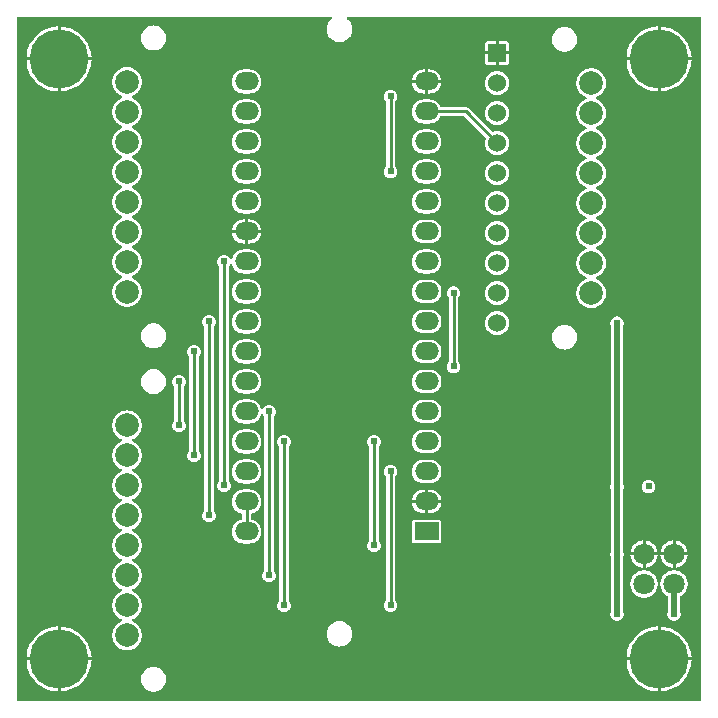
<source format=gbl>
G04 Layer: BottomLayer*
G04 Panelize: , Column: 2, Row: 2, Board Size: 58.42mm x 58.42mm, Panelized Board Size: 118.84mm x 118.84mm*
G04 EasyEDA v6.5.34, 2023-09-06 22:38:36*
G04 b9bc4809806445119315d77ae2694b74,5a6b42c53f6a479593ecc07194224c93,10*
G04 Gerber Generator version 0.2*
G04 Scale: 100 percent, Rotated: No, Reflected: No *
G04 Dimensions in millimeters *
G04 leading zeros omitted , absolute positions ,4 integer and 5 decimal *
%FSLAX45Y45*%
%MOMM*%

%ADD10C,0.5000*%
%ADD11C,0.2540*%
%ADD12O,1.9999959999999999X1.524*%
%ADD13O,1.9999959999999999X1.499997*%
%ADD14R,2.0000X1.5000*%
%ADD15R,1.5240X1.5240*%
%ADD16C,1.5240*%
%ADD17C,5.0000*%
%ADD18C,2.0000*%
%ADD19C,1.8000*%
%ADD20C,0.6096*%
%ADD21C,0.0102*%

%LPD*%
G36*
X36068Y25908D02*
G01*
X32156Y26670D01*
X28905Y28905D01*
X26670Y32156D01*
X25908Y36068D01*
X25908Y5805932D01*
X26670Y5809792D01*
X28905Y5813094D01*
X32156Y5815330D01*
X36068Y5816092D01*
X2681833Y5815838D01*
X2685846Y5815025D01*
X2689199Y5812739D01*
X2691333Y5809284D01*
X2691993Y5805271D01*
X2690977Y5801309D01*
X2688539Y5798058D01*
X2678328Y5789117D01*
X2668981Y5778449D01*
X2661107Y5766663D01*
X2654858Y5753963D01*
X2650286Y5740552D01*
X2647543Y5726633D01*
X2646578Y5712460D01*
X2647543Y5698337D01*
X2650286Y5684418D01*
X2654858Y5671007D01*
X2661107Y5658307D01*
X2668981Y5646521D01*
X2678328Y5635853D01*
X2688996Y5626506D01*
X2700782Y5618632D01*
X2713532Y5612333D01*
X2726944Y5607812D01*
X2740863Y5605018D01*
X2754985Y5604103D01*
X2769108Y5605018D01*
X2783027Y5607812D01*
X2796438Y5612333D01*
X2809189Y5618632D01*
X2820974Y5626506D01*
X2831642Y5635853D01*
X2840990Y5646521D01*
X2848864Y5658307D01*
X2855112Y5671007D01*
X2859684Y5684418D01*
X2862427Y5698337D01*
X2863392Y5712460D01*
X2862427Y5726633D01*
X2859684Y5740552D01*
X2855112Y5753963D01*
X2848864Y5766663D01*
X2840990Y5778449D01*
X2831642Y5789117D01*
X2821432Y5798058D01*
X2818993Y5801309D01*
X2817977Y5805220D01*
X2818638Y5809284D01*
X2820822Y5812739D01*
X2824175Y5815025D01*
X2828137Y5815838D01*
X5805932Y5815584D01*
X5809843Y5814822D01*
X5813094Y5812637D01*
X5815330Y5809335D01*
X5816092Y5805424D01*
X5816092Y36068D01*
X5815330Y32156D01*
X5813094Y28905D01*
X5809843Y26670D01*
X5805932Y25908D01*
G37*

%LPC*%
G36*
X4089400Y3123692D02*
G01*
X4103014Y3124606D01*
X4116374Y3127349D01*
X4129278Y3131820D01*
X4141419Y3137966D01*
X4152646Y3145688D01*
X4162806Y3154832D01*
X4171594Y3165246D01*
X4178909Y3176727D01*
X4184650Y3189122D01*
X4188714Y3202127D01*
X4190949Y3215589D01*
X4191406Y3229203D01*
X4190085Y3242767D01*
X4186885Y3256026D01*
X4182008Y3268776D01*
X4175455Y3280714D01*
X4167378Y3291687D01*
X4157878Y3301492D01*
X4147159Y3309975D01*
X4135424Y3316935D01*
X4122877Y3322218D01*
X4109720Y3325825D01*
X4096207Y3327654D01*
X4082592Y3327654D01*
X4069079Y3325825D01*
X4055922Y3322218D01*
X4043375Y3316935D01*
X4031640Y3309975D01*
X4020921Y3301492D01*
X4011422Y3291687D01*
X4003344Y3280714D01*
X3996791Y3268776D01*
X3991914Y3256026D01*
X3988714Y3242767D01*
X3987393Y3229203D01*
X3987850Y3215589D01*
X3990086Y3202127D01*
X3994150Y3189122D01*
X3999890Y3176727D01*
X4007205Y3165246D01*
X4015994Y3154832D01*
X4026154Y3145688D01*
X4037380Y3137966D01*
X4049522Y3131820D01*
X4062425Y3127349D01*
X4075785Y3124606D01*
G37*
G36*
X368300Y105562D02*
G01*
X368300Y368300D01*
X105664Y368300D01*
X106070Y357936D01*
X108966Y334975D01*
X113792Y312369D01*
X120446Y290271D01*
X128981Y268782D01*
X139242Y248107D01*
X151180Y228295D01*
X164795Y209600D01*
X179882Y192125D01*
X196392Y175971D01*
X214172Y161239D01*
X233171Y148031D01*
X253187Y136499D01*
X274066Y126644D01*
X295757Y118618D01*
X318008Y112369D01*
X340715Y108051D01*
X363677Y105664D01*
G37*
G36*
X5448300Y105562D02*
G01*
X5448300Y368300D01*
X5185664Y368300D01*
X5186070Y357936D01*
X5188966Y334975D01*
X5193792Y312369D01*
X5200446Y290271D01*
X5208981Y268782D01*
X5219242Y248107D01*
X5231180Y228295D01*
X5244795Y209600D01*
X5259882Y192125D01*
X5276392Y175971D01*
X5294172Y161239D01*
X5313172Y148031D01*
X5333187Y136499D01*
X5354066Y126644D01*
X5375757Y118618D01*
X5398008Y112369D01*
X5420715Y108051D01*
X5443677Y105664D01*
G37*
G36*
X5473700Y105613D02*
G01*
X5489854Y106629D01*
X5512714Y109982D01*
X5535218Y115265D01*
X5557164Y122428D01*
X5578500Y131368D01*
X5598972Y142087D01*
X5618480Y154432D01*
X5636869Y168402D01*
X5654040Y183896D01*
X5669838Y200710D01*
X5684215Y218846D01*
X5697016Y238099D01*
X5708142Y258317D01*
X5717540Y279450D01*
X5725109Y301244D01*
X5730849Y323646D01*
X5734710Y346405D01*
X5736590Y368300D01*
X5473700Y368300D01*
G37*
G36*
X393700Y105613D02*
G01*
X409854Y106629D01*
X432714Y109982D01*
X455218Y115265D01*
X477164Y122428D01*
X498500Y131368D01*
X518972Y142087D01*
X538480Y154432D01*
X556869Y168402D01*
X574040Y183896D01*
X589838Y200710D01*
X604215Y218846D01*
X617016Y238099D01*
X628142Y258317D01*
X637540Y279450D01*
X645109Y301244D01*
X650849Y323646D01*
X654710Y346405D01*
X656590Y368300D01*
X393700Y368300D01*
G37*
G36*
X5185664Y393700D02*
G01*
X5448300Y393700D01*
X5448300Y656437D01*
X5443677Y656336D01*
X5420715Y653948D01*
X5398008Y649630D01*
X5375757Y643382D01*
X5354066Y635355D01*
X5333187Y625500D01*
X5313172Y613968D01*
X5294172Y600760D01*
X5276392Y586028D01*
X5259882Y569874D01*
X5244795Y552348D01*
X5231180Y533704D01*
X5219242Y513892D01*
X5208981Y493217D01*
X5200446Y471728D01*
X5193792Y449630D01*
X5188966Y427024D01*
X5186070Y404063D01*
G37*
G36*
X105664Y393700D02*
G01*
X368300Y393700D01*
X368300Y656437D01*
X363677Y656336D01*
X340715Y653948D01*
X318008Y649630D01*
X295757Y643382D01*
X274066Y635355D01*
X253187Y625500D01*
X233171Y613968D01*
X214172Y600760D01*
X196392Y586028D01*
X179882Y569874D01*
X164795Y552348D01*
X151180Y533704D01*
X139242Y513892D01*
X128981Y493217D01*
X120446Y471728D01*
X113792Y449630D01*
X108966Y427024D01*
X106070Y404063D01*
G37*
G36*
X5473700Y393700D02*
G01*
X5736590Y393700D01*
X5734710Y415594D01*
X5730849Y438353D01*
X5725109Y460756D01*
X5717540Y482549D01*
X5708142Y503682D01*
X5697016Y523900D01*
X5684215Y543153D01*
X5669838Y561289D01*
X5654040Y578104D01*
X5636869Y593598D01*
X5618480Y607568D01*
X5598972Y619912D01*
X5578500Y630631D01*
X5557164Y639572D01*
X5535218Y646734D01*
X5512714Y652018D01*
X5489854Y655370D01*
X5473700Y656386D01*
G37*
G36*
X393700Y393700D02*
G01*
X656590Y393700D01*
X654710Y415594D01*
X650849Y438353D01*
X645109Y460756D01*
X637540Y482549D01*
X628142Y503682D01*
X617016Y523900D01*
X604215Y543153D01*
X589838Y561289D01*
X574040Y578104D01*
X556869Y593598D01*
X538480Y607568D01*
X518972Y619912D01*
X498500Y630631D01*
X477164Y639572D01*
X455218Y646734D01*
X432714Y652018D01*
X409854Y655370D01*
X393700Y656386D01*
G37*
G36*
X956106Y455015D02*
G01*
X971296Y455930D01*
X986231Y458673D01*
X1000760Y463194D01*
X1014628Y469442D01*
X1027633Y477316D01*
X1039571Y486664D01*
X1050340Y497433D01*
X1059688Y509371D01*
X1067562Y522376D01*
X1073810Y536244D01*
X1078331Y550773D01*
X1081074Y565708D01*
X1081989Y580898D01*
X1081074Y596087D01*
X1078331Y611022D01*
X1073810Y625551D01*
X1067562Y639419D01*
X1059688Y652424D01*
X1050340Y664362D01*
X1039571Y675132D01*
X1027633Y684479D01*
X1014628Y692353D01*
X1000709Y698652D01*
X997508Y700836D01*
X995426Y704088D01*
X994714Y707898D01*
X995426Y711708D01*
X997508Y714959D01*
X1000709Y717143D01*
X1014628Y723442D01*
X1027633Y731316D01*
X1039571Y740664D01*
X1050340Y751433D01*
X1059688Y763371D01*
X1067562Y776376D01*
X1073810Y790244D01*
X1078331Y804773D01*
X1081074Y819708D01*
X1081989Y834898D01*
X1081074Y850087D01*
X1078331Y865022D01*
X1073810Y879551D01*
X1067562Y893419D01*
X1059688Y906424D01*
X1050340Y918362D01*
X1039571Y929132D01*
X1027633Y938479D01*
X1014628Y946353D01*
X1000709Y952652D01*
X997508Y954836D01*
X995426Y958087D01*
X994714Y961898D01*
X995426Y965708D01*
X997508Y968959D01*
X1000709Y971143D01*
X1014628Y977442D01*
X1027633Y985316D01*
X1039571Y994664D01*
X1050340Y1005433D01*
X1059688Y1017371D01*
X1067562Y1030376D01*
X1073810Y1044244D01*
X1078331Y1058773D01*
X1081074Y1073708D01*
X1081989Y1088898D01*
X1081074Y1104087D01*
X1078331Y1119022D01*
X1073810Y1133551D01*
X1067562Y1147419D01*
X1059688Y1160424D01*
X1050340Y1172362D01*
X1039571Y1183132D01*
X1027633Y1192479D01*
X1014628Y1200353D01*
X1000709Y1206652D01*
X997508Y1208836D01*
X995426Y1212088D01*
X994714Y1215898D01*
X995426Y1219708D01*
X997508Y1222959D01*
X1000709Y1225143D01*
X1014628Y1231442D01*
X1027633Y1239316D01*
X1039571Y1248664D01*
X1050340Y1259433D01*
X1059688Y1271371D01*
X1067562Y1284376D01*
X1073810Y1298244D01*
X1078331Y1312773D01*
X1081074Y1327708D01*
X1081989Y1342898D01*
X1081074Y1358087D01*
X1078331Y1373022D01*
X1073810Y1387551D01*
X1067562Y1401419D01*
X1059688Y1414424D01*
X1050340Y1426362D01*
X1039571Y1437132D01*
X1027633Y1446479D01*
X1014628Y1454353D01*
X1000709Y1460652D01*
X997508Y1462836D01*
X995426Y1466088D01*
X994714Y1469898D01*
X995426Y1473708D01*
X997508Y1476959D01*
X1000709Y1479143D01*
X1014628Y1485442D01*
X1027633Y1493316D01*
X1039571Y1502664D01*
X1050340Y1513433D01*
X1059688Y1525371D01*
X1067562Y1538376D01*
X1073810Y1552244D01*
X1078331Y1566773D01*
X1081074Y1581708D01*
X1081989Y1596898D01*
X1081074Y1612087D01*
X1078331Y1627022D01*
X1073810Y1641551D01*
X1067562Y1655419D01*
X1059688Y1668424D01*
X1050340Y1680362D01*
X1039571Y1691132D01*
X1027633Y1700479D01*
X1014628Y1708353D01*
X1000709Y1714652D01*
X997508Y1716836D01*
X995426Y1720088D01*
X994714Y1723898D01*
X995426Y1727707D01*
X997508Y1730959D01*
X1000709Y1733143D01*
X1014628Y1739442D01*
X1027633Y1747316D01*
X1039571Y1756664D01*
X1050340Y1767433D01*
X1059688Y1779371D01*
X1067562Y1792376D01*
X1073810Y1806244D01*
X1078331Y1820773D01*
X1081074Y1835708D01*
X1081989Y1850898D01*
X1081074Y1866087D01*
X1078331Y1881022D01*
X1073810Y1895551D01*
X1067562Y1909419D01*
X1059688Y1922424D01*
X1050340Y1934362D01*
X1039571Y1945132D01*
X1027633Y1954479D01*
X1014628Y1962353D01*
X1000709Y1968652D01*
X997508Y1970836D01*
X995426Y1974088D01*
X994714Y1977898D01*
X995426Y1981707D01*
X997508Y1984959D01*
X1000709Y1987143D01*
X1014628Y1993442D01*
X1027633Y2001316D01*
X1039571Y2010664D01*
X1050340Y2021433D01*
X1059688Y2033371D01*
X1067562Y2046376D01*
X1073810Y2060244D01*
X1078331Y2074773D01*
X1081074Y2089708D01*
X1081989Y2104898D01*
X1081074Y2120087D01*
X1078331Y2135022D01*
X1073810Y2149551D01*
X1067562Y2163419D01*
X1059688Y2176424D01*
X1050340Y2188362D01*
X1039571Y2199132D01*
X1027633Y2208479D01*
X1014628Y2216353D01*
X1000709Y2222652D01*
X997508Y2224836D01*
X995426Y2228088D01*
X994714Y2231898D01*
X995426Y2235708D01*
X997508Y2238959D01*
X1000709Y2241143D01*
X1014628Y2247442D01*
X1027633Y2255316D01*
X1039571Y2264664D01*
X1050340Y2275433D01*
X1059688Y2287371D01*
X1067562Y2300376D01*
X1073810Y2314244D01*
X1078331Y2328773D01*
X1081074Y2343708D01*
X1081989Y2358898D01*
X1081074Y2374087D01*
X1078331Y2389022D01*
X1073810Y2403551D01*
X1067562Y2417419D01*
X1059688Y2430424D01*
X1050340Y2442362D01*
X1039571Y2453132D01*
X1027633Y2462479D01*
X1014628Y2470353D01*
X1000760Y2476601D01*
X986231Y2481122D01*
X971296Y2483866D01*
X956106Y2484780D01*
X940917Y2483866D01*
X925982Y2481122D01*
X911453Y2476601D01*
X897585Y2470353D01*
X884580Y2462479D01*
X872642Y2453132D01*
X861872Y2442362D01*
X852525Y2430424D01*
X844651Y2417419D01*
X838403Y2403551D01*
X833882Y2389022D01*
X831138Y2374087D01*
X830224Y2358898D01*
X831138Y2343708D01*
X833882Y2328773D01*
X838403Y2314244D01*
X844651Y2300376D01*
X852525Y2287371D01*
X861872Y2275433D01*
X872642Y2264664D01*
X884580Y2255316D01*
X897585Y2247442D01*
X911504Y2241143D01*
X914704Y2238959D01*
X916787Y2235708D01*
X917498Y2231898D01*
X916787Y2228088D01*
X914704Y2224836D01*
X911504Y2222652D01*
X897585Y2216353D01*
X884580Y2208479D01*
X872642Y2199132D01*
X861872Y2188362D01*
X852525Y2176424D01*
X844651Y2163419D01*
X838403Y2149551D01*
X833882Y2135022D01*
X831138Y2120087D01*
X830224Y2104898D01*
X831138Y2089708D01*
X833882Y2074773D01*
X838403Y2060244D01*
X844651Y2046376D01*
X852525Y2033371D01*
X861872Y2021433D01*
X872642Y2010664D01*
X884580Y2001316D01*
X897585Y1993442D01*
X911504Y1987143D01*
X914704Y1984959D01*
X916787Y1981707D01*
X917498Y1977898D01*
X916787Y1974088D01*
X914704Y1970836D01*
X911504Y1968652D01*
X897585Y1962353D01*
X884580Y1954479D01*
X872642Y1945132D01*
X861872Y1934362D01*
X852525Y1922424D01*
X844651Y1909419D01*
X838403Y1895551D01*
X833882Y1881022D01*
X831138Y1866087D01*
X830224Y1850898D01*
X831138Y1835708D01*
X833882Y1820773D01*
X838403Y1806244D01*
X844651Y1792376D01*
X852525Y1779371D01*
X861872Y1767433D01*
X872642Y1756664D01*
X884580Y1747316D01*
X897585Y1739442D01*
X911504Y1733143D01*
X914704Y1730959D01*
X916787Y1727707D01*
X917498Y1723898D01*
X916787Y1720088D01*
X914704Y1716836D01*
X911504Y1714652D01*
X897585Y1708353D01*
X884580Y1700479D01*
X872642Y1691132D01*
X861872Y1680362D01*
X852525Y1668424D01*
X844651Y1655419D01*
X838403Y1641551D01*
X833882Y1627022D01*
X831138Y1612087D01*
X830224Y1596898D01*
X831138Y1581708D01*
X833882Y1566773D01*
X838403Y1552244D01*
X844651Y1538376D01*
X852525Y1525371D01*
X861872Y1513433D01*
X872642Y1502664D01*
X884580Y1493316D01*
X897585Y1485442D01*
X911504Y1479143D01*
X914704Y1476959D01*
X916787Y1473708D01*
X917498Y1469898D01*
X916787Y1466088D01*
X914704Y1462836D01*
X911504Y1460652D01*
X897585Y1454353D01*
X884580Y1446479D01*
X872642Y1437132D01*
X861872Y1426362D01*
X852525Y1414424D01*
X844651Y1401419D01*
X838403Y1387551D01*
X833882Y1373022D01*
X831138Y1358087D01*
X830224Y1342898D01*
X831138Y1327708D01*
X833882Y1312773D01*
X838403Y1298244D01*
X844651Y1284376D01*
X852525Y1271371D01*
X861872Y1259433D01*
X872642Y1248664D01*
X884580Y1239316D01*
X897585Y1231442D01*
X911504Y1225143D01*
X914704Y1222959D01*
X916787Y1219708D01*
X917498Y1215898D01*
X916787Y1212088D01*
X914704Y1208836D01*
X911504Y1206652D01*
X897585Y1200353D01*
X884580Y1192479D01*
X872642Y1183132D01*
X861872Y1172362D01*
X852525Y1160424D01*
X844651Y1147419D01*
X838403Y1133551D01*
X833882Y1119022D01*
X831138Y1104087D01*
X830224Y1088898D01*
X831138Y1073708D01*
X833882Y1058773D01*
X838403Y1044244D01*
X844651Y1030376D01*
X852525Y1017371D01*
X861872Y1005433D01*
X872642Y994664D01*
X884580Y985316D01*
X897585Y977442D01*
X911504Y971143D01*
X914704Y968959D01*
X916787Y965708D01*
X917498Y961898D01*
X916787Y958087D01*
X914704Y954836D01*
X911504Y952652D01*
X897585Y946353D01*
X884580Y938479D01*
X872642Y929132D01*
X861872Y918362D01*
X852525Y906424D01*
X844651Y893419D01*
X838403Y879551D01*
X833882Y865022D01*
X831138Y850087D01*
X830224Y834898D01*
X831138Y819708D01*
X833882Y804773D01*
X838403Y790244D01*
X844651Y776376D01*
X852525Y763371D01*
X861872Y751433D01*
X872642Y740664D01*
X884580Y731316D01*
X897585Y723442D01*
X911504Y717143D01*
X914704Y714959D01*
X916787Y711708D01*
X917498Y707898D01*
X916787Y704088D01*
X914704Y700836D01*
X911504Y698652D01*
X897585Y692353D01*
X884580Y684479D01*
X872642Y675132D01*
X861872Y664362D01*
X852525Y652424D01*
X844651Y639419D01*
X838403Y625551D01*
X833882Y611022D01*
X831138Y596087D01*
X830224Y580898D01*
X831138Y565708D01*
X833882Y550773D01*
X838403Y536244D01*
X844651Y522376D01*
X852525Y509371D01*
X861872Y497433D01*
X872642Y486664D01*
X884580Y477316D01*
X897585Y469442D01*
X911453Y463194D01*
X925982Y458673D01*
X940917Y455930D01*
G37*
G36*
X2754985Y486105D02*
G01*
X2769108Y487070D01*
X2783027Y489813D01*
X2796438Y494385D01*
X2809189Y500634D01*
X2820974Y508508D01*
X2831642Y517855D01*
X2840990Y528523D01*
X2848864Y540308D01*
X2855112Y553059D01*
X2859684Y566470D01*
X2862427Y580390D01*
X2863392Y594512D01*
X2862427Y608634D01*
X2859684Y622554D01*
X2855112Y635965D01*
X2848864Y648716D01*
X2840990Y660501D01*
X2831642Y671169D01*
X2820974Y680516D01*
X2809189Y688390D01*
X2796438Y694639D01*
X2783027Y699211D01*
X2769108Y701954D01*
X2754985Y702919D01*
X2740863Y701954D01*
X2726944Y699211D01*
X2713532Y694639D01*
X2700782Y688390D01*
X2688996Y680516D01*
X2678328Y671169D01*
X2668981Y660501D01*
X2661107Y648716D01*
X2654858Y635965D01*
X2650286Y622554D01*
X2647543Y608634D01*
X2646578Y594512D01*
X2647543Y580390D01*
X2650286Y566470D01*
X2654858Y553059D01*
X2661107Y540308D01*
X2668981Y528523D01*
X2678328Y517855D01*
X2688996Y508508D01*
X2700782Y500634D01*
X2713532Y494385D01*
X2726944Y489813D01*
X2740863Y487070D01*
G37*
G36*
X5588000Y705662D02*
G01*
X5597804Y706526D01*
X5607253Y709066D01*
X5616194Y713181D01*
X5624220Y718820D01*
X5631180Y725779D01*
X5636818Y733806D01*
X5640933Y742746D01*
X5643473Y752195D01*
X5644337Y762000D01*
X5643473Y771804D01*
X5640933Y781253D01*
X5639866Y783590D01*
X5638901Y787908D01*
X5638901Y905713D01*
X5639460Y909066D01*
X5641086Y912063D01*
X5643626Y914298D01*
X5656122Y922223D01*
X5667349Y931519D01*
X5677306Y942136D01*
X5685840Y953922D01*
X5692851Y966673D01*
X5698236Y980186D01*
X5701842Y994308D01*
X5703671Y1008735D01*
X5703671Y1023264D01*
X5701842Y1037691D01*
X5698236Y1051814D01*
X5692851Y1065326D01*
X5685840Y1078077D01*
X5677306Y1089863D01*
X5667349Y1100480D01*
X5656122Y1109776D01*
X5643829Y1117549D01*
X5630672Y1123746D01*
X5616803Y1128268D01*
X5602528Y1130960D01*
X5588000Y1131874D01*
X5573471Y1130960D01*
X5559196Y1128268D01*
X5545328Y1123746D01*
X5532170Y1117549D01*
X5519877Y1109776D01*
X5508650Y1100480D01*
X5498693Y1089863D01*
X5490159Y1078077D01*
X5483148Y1065326D01*
X5477764Y1051814D01*
X5474157Y1037691D01*
X5472328Y1023264D01*
X5472328Y1008735D01*
X5474157Y994308D01*
X5477764Y980186D01*
X5483148Y966673D01*
X5490159Y953922D01*
X5498693Y942136D01*
X5508650Y931519D01*
X5519877Y922223D01*
X5532374Y914298D01*
X5534914Y912063D01*
X5536539Y909066D01*
X5537098Y905713D01*
X5537098Y787908D01*
X5536133Y783590D01*
X5535066Y781253D01*
X5532526Y771804D01*
X5531662Y762000D01*
X5532526Y752195D01*
X5535066Y742746D01*
X5539181Y733806D01*
X5544820Y725779D01*
X5551779Y718820D01*
X5559806Y713181D01*
X5568746Y709066D01*
X5578195Y706526D01*
G37*
G36*
X5105400Y705662D02*
G01*
X5115204Y706526D01*
X5124653Y709066D01*
X5133594Y713181D01*
X5141620Y718820D01*
X5148580Y725779D01*
X5154218Y733806D01*
X5158333Y742746D01*
X5160873Y752195D01*
X5161737Y762000D01*
X5160873Y771804D01*
X5158333Y781253D01*
X5157266Y783590D01*
X5156301Y787908D01*
X5156301Y1244092D01*
X5157266Y1248410D01*
X5158333Y1250746D01*
X5160873Y1260195D01*
X5161737Y1270000D01*
X5160873Y1279804D01*
X5158333Y1289253D01*
X5157266Y1291590D01*
X5156301Y1295908D01*
X5156301Y1815592D01*
X5157266Y1819910D01*
X5158333Y1822246D01*
X5160873Y1831695D01*
X5161737Y1841500D01*
X5160873Y1851304D01*
X5158333Y1860753D01*
X5157266Y1863089D01*
X5156301Y1867407D01*
X5156301Y3199892D01*
X5157266Y3204210D01*
X5158333Y3206546D01*
X5160873Y3215995D01*
X5161737Y3225800D01*
X5160873Y3235604D01*
X5158333Y3245053D01*
X5154218Y3253994D01*
X5148580Y3262020D01*
X5141620Y3268979D01*
X5133594Y3274618D01*
X5124653Y3278733D01*
X5115204Y3281273D01*
X5105400Y3282137D01*
X5095595Y3281273D01*
X5086146Y3278733D01*
X5077206Y3274618D01*
X5069179Y3268979D01*
X5062220Y3262020D01*
X5056581Y3253994D01*
X5052466Y3245053D01*
X5049926Y3235604D01*
X5049062Y3225800D01*
X5049926Y3215995D01*
X5052466Y3206546D01*
X5053533Y3204210D01*
X5054498Y3199892D01*
X5054498Y1867407D01*
X5053533Y1863089D01*
X5052466Y1860753D01*
X5049926Y1851304D01*
X5049062Y1841500D01*
X5049926Y1831695D01*
X5052466Y1822246D01*
X5053533Y1819910D01*
X5054498Y1815592D01*
X5054498Y1295908D01*
X5053533Y1291590D01*
X5052466Y1289253D01*
X5049926Y1279804D01*
X5049062Y1270000D01*
X5049926Y1260195D01*
X5052466Y1250746D01*
X5053533Y1248410D01*
X5054498Y1244092D01*
X5054498Y787908D01*
X5053533Y783590D01*
X5052466Y781253D01*
X5049926Y771804D01*
X5049062Y762000D01*
X5049926Y752195D01*
X5052466Y742746D01*
X5056581Y733806D01*
X5062220Y725779D01*
X5069179Y718820D01*
X5077206Y713181D01*
X5086146Y709066D01*
X5095595Y706526D01*
G37*
G36*
X2286000Y778560D02*
G01*
X2295804Y779424D01*
X2305253Y781964D01*
X2314194Y786079D01*
X2322220Y791718D01*
X2329180Y798677D01*
X2334818Y806704D01*
X2338933Y815644D01*
X2341473Y825093D01*
X2342337Y834898D01*
X2341473Y844702D01*
X2338933Y854151D01*
X2334818Y863092D01*
X2329180Y871118D01*
X2327605Y872693D01*
X2325370Y875995D01*
X2324608Y879906D01*
X2324608Y2177491D01*
X2325370Y2181402D01*
X2327605Y2184704D01*
X2329180Y2186279D01*
X2334818Y2194306D01*
X2338933Y2203246D01*
X2341473Y2212695D01*
X2342337Y2222500D01*
X2341473Y2232304D01*
X2338933Y2241753D01*
X2334818Y2250694D01*
X2329180Y2258720D01*
X2322220Y2265680D01*
X2314194Y2271318D01*
X2305253Y2275433D01*
X2295804Y2277973D01*
X2286000Y2278837D01*
X2276195Y2277973D01*
X2266746Y2275433D01*
X2257806Y2271318D01*
X2249779Y2265680D01*
X2242820Y2258720D01*
X2237181Y2250694D01*
X2233066Y2241753D01*
X2230526Y2232304D01*
X2229662Y2222500D01*
X2230526Y2212695D01*
X2233066Y2203246D01*
X2237181Y2194306D01*
X2242820Y2186279D01*
X2244394Y2184704D01*
X2246630Y2181402D01*
X2247392Y2177491D01*
X2247392Y879906D01*
X2246630Y875995D01*
X2244394Y872693D01*
X2242820Y871118D01*
X2237181Y863092D01*
X2233066Y854151D01*
X2230526Y844702D01*
X2229662Y834898D01*
X2230526Y825093D01*
X2233066Y815644D01*
X2237181Y806704D01*
X2242820Y798677D01*
X2249779Y791718D01*
X2257806Y786079D01*
X2266746Y781964D01*
X2276195Y779424D01*
G37*
G36*
X3187700Y781862D02*
G01*
X3197504Y782726D01*
X3206953Y785266D01*
X3215894Y789381D01*
X3223920Y795020D01*
X3230880Y801979D01*
X3236518Y810006D01*
X3240633Y818946D01*
X3243173Y828395D01*
X3244037Y838200D01*
X3243173Y848004D01*
X3240633Y857453D01*
X3236518Y866394D01*
X3230880Y874420D01*
X3229305Y875995D01*
X3227070Y879297D01*
X3226308Y883208D01*
X3226308Y1923491D01*
X3227070Y1927402D01*
X3229305Y1930704D01*
X3230880Y1932279D01*
X3236518Y1940306D01*
X3240633Y1949246D01*
X3243173Y1958695D01*
X3244037Y1968500D01*
X3243173Y1978304D01*
X3240633Y1987753D01*
X3236518Y1996693D01*
X3230880Y2004720D01*
X3223920Y2011680D01*
X3215894Y2017318D01*
X3206953Y2021433D01*
X3197504Y2023973D01*
X3187700Y2024837D01*
X3177895Y2023973D01*
X3168446Y2021433D01*
X3159506Y2017318D01*
X3151479Y2011680D01*
X3144520Y2004720D01*
X3138881Y1996693D01*
X3134766Y1987753D01*
X3132226Y1978304D01*
X3131362Y1968500D01*
X3132226Y1958695D01*
X3134766Y1949246D01*
X3138881Y1940306D01*
X3144520Y1932279D01*
X3146094Y1930704D01*
X3148330Y1927402D01*
X3149092Y1923491D01*
X3149092Y883208D01*
X3148330Y879297D01*
X3146094Y875995D01*
X3144520Y874420D01*
X3138881Y866394D01*
X3134766Y857453D01*
X3132226Y848004D01*
X3131362Y838200D01*
X3132226Y828395D01*
X3134766Y818946D01*
X3138881Y810006D01*
X3144520Y801979D01*
X3151479Y795020D01*
X3159506Y789381D01*
X3168446Y785266D01*
X3177895Y782726D01*
G37*
G36*
X5334000Y900125D02*
G01*
X5348528Y901039D01*
X5362803Y903732D01*
X5376672Y908253D01*
X5389829Y914450D01*
X5402122Y922223D01*
X5413349Y931519D01*
X5423306Y942136D01*
X5431840Y953922D01*
X5438851Y966673D01*
X5444236Y980186D01*
X5447842Y994308D01*
X5449671Y1008735D01*
X5449671Y1023264D01*
X5447842Y1037691D01*
X5444236Y1051814D01*
X5438851Y1065326D01*
X5431840Y1078077D01*
X5423306Y1089863D01*
X5413349Y1100480D01*
X5402122Y1109776D01*
X5389829Y1117549D01*
X5376672Y1123746D01*
X5362803Y1128268D01*
X5348528Y1130960D01*
X5334000Y1131874D01*
X5319471Y1130960D01*
X5305196Y1128268D01*
X5291328Y1123746D01*
X5278170Y1117549D01*
X5265877Y1109776D01*
X5254650Y1100480D01*
X5244693Y1089863D01*
X5236159Y1078077D01*
X5229148Y1065326D01*
X5223764Y1051814D01*
X5220157Y1037691D01*
X5218328Y1023264D01*
X5218328Y1008735D01*
X5220157Y994308D01*
X5223764Y980186D01*
X5229148Y966673D01*
X5236159Y953922D01*
X5244693Y942136D01*
X5254650Y931519D01*
X5265877Y922223D01*
X5278170Y914450D01*
X5291328Y908253D01*
X5305196Y903732D01*
X5319471Y901039D01*
G37*
G36*
X2159000Y1032560D02*
G01*
X2168804Y1033424D01*
X2178253Y1035964D01*
X2187194Y1040079D01*
X2195220Y1045718D01*
X2202180Y1052677D01*
X2207818Y1060704D01*
X2211933Y1069644D01*
X2214473Y1079093D01*
X2215337Y1088898D01*
X2214473Y1098702D01*
X2211933Y1108151D01*
X2207818Y1117092D01*
X2202180Y1125118D01*
X2200605Y1126693D01*
X2198370Y1129995D01*
X2197608Y1133906D01*
X2197608Y2431491D01*
X2198370Y2435402D01*
X2200605Y2438704D01*
X2202180Y2440279D01*
X2207818Y2448306D01*
X2211933Y2457246D01*
X2214473Y2466695D01*
X2215337Y2476500D01*
X2214473Y2486304D01*
X2211933Y2495753D01*
X2207818Y2504694D01*
X2202180Y2512720D01*
X2195220Y2519680D01*
X2187194Y2525318D01*
X2178253Y2529433D01*
X2168804Y2531973D01*
X2159000Y2532837D01*
X2149195Y2531973D01*
X2139746Y2529433D01*
X2130806Y2525318D01*
X2122779Y2519680D01*
X2115820Y2512720D01*
X2110181Y2504694D01*
X2109368Y2502916D01*
X2107031Y2499715D01*
X2103577Y2497632D01*
X2099614Y2497074D01*
X2095754Y2498090D01*
X2092553Y2500477D01*
X2090572Y2503932D01*
X2086610Y2515565D01*
X2080717Y2527554D01*
X2073300Y2538628D01*
X2064461Y2548686D01*
X2054453Y2557475D01*
X2043328Y2564892D01*
X2031390Y2570835D01*
X2018741Y2575102D01*
X2005634Y2577693D01*
X1991969Y2578608D01*
X1945030Y2578608D01*
X1931365Y2577693D01*
X1918258Y2575102D01*
X1905609Y2570835D01*
X1893671Y2564892D01*
X1882546Y2557475D01*
X1872538Y2548686D01*
X1863699Y2538628D01*
X1856282Y2527554D01*
X1850389Y2515565D01*
X1846072Y2502916D01*
X1843481Y2489809D01*
X1842617Y2476500D01*
X1843481Y2463190D01*
X1846072Y2450084D01*
X1850389Y2437434D01*
X1856282Y2425446D01*
X1863699Y2414371D01*
X1872538Y2404313D01*
X1882546Y2395524D01*
X1893671Y2388108D01*
X1905609Y2382164D01*
X1918258Y2377897D01*
X1931365Y2375306D01*
X1945030Y2374392D01*
X1991969Y2374392D01*
X2005634Y2375306D01*
X2018741Y2377897D01*
X2031390Y2382164D01*
X2043328Y2388108D01*
X2054453Y2395524D01*
X2064461Y2404313D01*
X2073300Y2414371D01*
X2080717Y2425446D01*
X2086610Y2437434D01*
X2090572Y2449068D01*
X2092553Y2452522D01*
X2095754Y2454910D01*
X2099614Y2455926D01*
X2103577Y2455367D01*
X2107031Y2453284D01*
X2109368Y2450084D01*
X2110181Y2448306D01*
X2115820Y2440279D01*
X2117394Y2438704D01*
X2119630Y2435402D01*
X2120392Y2431491D01*
X2120392Y1133906D01*
X2119630Y1129995D01*
X2117394Y1126693D01*
X2115820Y1125118D01*
X2110181Y1117092D01*
X2106066Y1108151D01*
X2103526Y1098702D01*
X2102662Y1088898D01*
X2103526Y1079093D01*
X2106066Y1069644D01*
X2110181Y1060704D01*
X2115820Y1052677D01*
X2122779Y1045718D01*
X2130806Y1040079D01*
X2139746Y1035964D01*
X2149195Y1033424D01*
G37*
G36*
X5321300Y1154887D02*
G01*
X5321300Y1257300D01*
X5219039Y1257300D01*
X5220157Y1248308D01*
X5223764Y1234186D01*
X5229148Y1220673D01*
X5236159Y1207922D01*
X5244693Y1196136D01*
X5254650Y1185519D01*
X5265877Y1176223D01*
X5278170Y1168450D01*
X5291328Y1162253D01*
X5305196Y1157732D01*
X5319471Y1155039D01*
G37*
G36*
X5575300Y1154887D02*
G01*
X5575300Y1257300D01*
X5473039Y1257300D01*
X5474157Y1248308D01*
X5477764Y1234186D01*
X5483148Y1220673D01*
X5490159Y1207922D01*
X5498693Y1196136D01*
X5508650Y1185519D01*
X5519877Y1176223D01*
X5532170Y1168450D01*
X5545328Y1162253D01*
X5559196Y1157732D01*
X5573471Y1155039D01*
G37*
G36*
X5600700Y1154887D02*
G01*
X5602528Y1155039D01*
X5616803Y1157732D01*
X5630672Y1162253D01*
X5643829Y1168450D01*
X5656122Y1176223D01*
X5667349Y1185519D01*
X5677306Y1196136D01*
X5685840Y1207922D01*
X5692851Y1220673D01*
X5698236Y1234186D01*
X5701842Y1248308D01*
X5702960Y1257300D01*
X5600700Y1257300D01*
G37*
G36*
X5346700Y1154887D02*
G01*
X5348528Y1155039D01*
X5362803Y1157732D01*
X5376672Y1162253D01*
X5389829Y1168450D01*
X5402122Y1176223D01*
X5413349Y1185519D01*
X5423306Y1196136D01*
X5431840Y1207922D01*
X5438851Y1220673D01*
X5444236Y1234186D01*
X5447842Y1248308D01*
X5448960Y1257300D01*
X5346700Y1257300D01*
G37*
G36*
X5473039Y1282700D02*
G01*
X5575300Y1282700D01*
X5575300Y1385112D01*
X5573471Y1384960D01*
X5559196Y1382268D01*
X5545328Y1377746D01*
X5532170Y1371549D01*
X5519877Y1363776D01*
X5508650Y1354480D01*
X5498693Y1343863D01*
X5490159Y1332077D01*
X5483148Y1319326D01*
X5477764Y1305814D01*
X5474157Y1291691D01*
G37*
G36*
X5346700Y1282700D02*
G01*
X5448960Y1282700D01*
X5447842Y1291691D01*
X5444236Y1305814D01*
X5438851Y1319326D01*
X5431840Y1332077D01*
X5423306Y1343863D01*
X5413349Y1354480D01*
X5402122Y1363776D01*
X5389829Y1371549D01*
X5376672Y1377746D01*
X5362803Y1382268D01*
X5348528Y1384960D01*
X5346700Y1385112D01*
G37*
G36*
X5600700Y1282700D02*
G01*
X5702960Y1282700D01*
X5701842Y1291691D01*
X5698236Y1305814D01*
X5692851Y1319326D01*
X5685840Y1332077D01*
X5677306Y1343863D01*
X5667349Y1354480D01*
X5656122Y1363776D01*
X5643829Y1371549D01*
X5630672Y1377746D01*
X5616803Y1382268D01*
X5602528Y1384960D01*
X5600700Y1385112D01*
G37*
G36*
X5219039Y1282700D02*
G01*
X5321300Y1282700D01*
X5321300Y1385112D01*
X5319471Y1384960D01*
X5305196Y1382268D01*
X5291328Y1377746D01*
X5278170Y1371549D01*
X5265877Y1363776D01*
X5254650Y1354480D01*
X5244693Y1343863D01*
X5236159Y1332077D01*
X5229148Y1319326D01*
X5223764Y1305814D01*
X5220157Y1291691D01*
G37*
G36*
X3048000Y1286560D02*
G01*
X3057804Y1287424D01*
X3067253Y1289964D01*
X3076194Y1294079D01*
X3084220Y1299718D01*
X3091180Y1306677D01*
X3096818Y1314704D01*
X3100933Y1323644D01*
X3103473Y1333093D01*
X3104337Y1342898D01*
X3103473Y1352702D01*
X3100933Y1362151D01*
X3096818Y1371092D01*
X3091180Y1379118D01*
X3089605Y1380693D01*
X3087370Y1383995D01*
X3086608Y1387906D01*
X3086608Y2177491D01*
X3087370Y2181402D01*
X3089605Y2184704D01*
X3091180Y2186279D01*
X3096818Y2194306D01*
X3100933Y2203246D01*
X3103473Y2212695D01*
X3104337Y2222500D01*
X3103473Y2232304D01*
X3100933Y2241753D01*
X3096818Y2250694D01*
X3091180Y2258720D01*
X3084220Y2265680D01*
X3076194Y2271318D01*
X3067253Y2275433D01*
X3057804Y2277973D01*
X3048000Y2278837D01*
X3038195Y2277973D01*
X3028746Y2275433D01*
X3019806Y2271318D01*
X3011779Y2265680D01*
X3004820Y2258720D01*
X2999181Y2250694D01*
X2995066Y2241753D01*
X2992526Y2232304D01*
X2991662Y2222500D01*
X2992526Y2212695D01*
X2995066Y2203246D01*
X2999181Y2194306D01*
X3004820Y2186279D01*
X3006394Y2184704D01*
X3008630Y2181402D01*
X3009392Y2177491D01*
X3009392Y1387906D01*
X3008630Y1383995D01*
X3006394Y1380693D01*
X3004820Y1379118D01*
X2999181Y1371092D01*
X2995066Y1362151D01*
X2992526Y1352702D01*
X2991662Y1342898D01*
X2992526Y1333093D01*
X2995066Y1323644D01*
X2999181Y1314704D01*
X3004820Y1306677D01*
X3011779Y1299718D01*
X3019806Y1294079D01*
X3028746Y1289964D01*
X3038195Y1287424D01*
G37*
G36*
X1945030Y1358392D02*
G01*
X1991969Y1358392D01*
X2005634Y1359306D01*
X2018741Y1361897D01*
X2031390Y1366164D01*
X2043328Y1372108D01*
X2054453Y1379524D01*
X2064461Y1388313D01*
X2073300Y1398371D01*
X2080717Y1409446D01*
X2086610Y1421434D01*
X2090928Y1434084D01*
X2093518Y1447190D01*
X2094382Y1460500D01*
X2093518Y1473809D01*
X2090928Y1486916D01*
X2086610Y1499565D01*
X2080717Y1511554D01*
X2073300Y1522628D01*
X2064461Y1532686D01*
X2054453Y1541475D01*
X2043328Y1548892D01*
X2031390Y1554835D01*
X2018741Y1559102D01*
X2015286Y1559814D01*
X2012035Y1561033D01*
X2009393Y1563319D01*
X2007717Y1566316D01*
X2007107Y1569770D01*
X2007107Y1605229D01*
X2007717Y1608683D01*
X2009393Y1611680D01*
X2012035Y1613966D01*
X2015286Y1615186D01*
X2018741Y1615897D01*
X2031390Y1620164D01*
X2043328Y1626107D01*
X2054453Y1633524D01*
X2064461Y1642313D01*
X2073300Y1652371D01*
X2080717Y1663446D01*
X2086610Y1675434D01*
X2090928Y1688084D01*
X2093518Y1701190D01*
X2094382Y1714500D01*
X2093518Y1727809D01*
X2090928Y1740916D01*
X2086610Y1753565D01*
X2080717Y1765554D01*
X2073300Y1776628D01*
X2064461Y1786686D01*
X2054453Y1795475D01*
X2043328Y1802892D01*
X2031390Y1808835D01*
X2018741Y1813102D01*
X2005634Y1815693D01*
X1991969Y1816607D01*
X1945030Y1816607D01*
X1931365Y1815693D01*
X1918258Y1813102D01*
X1905609Y1808835D01*
X1893671Y1802892D01*
X1882546Y1795475D01*
X1872538Y1786686D01*
X1863699Y1776628D01*
X1856282Y1765554D01*
X1850389Y1753565D01*
X1846072Y1740916D01*
X1843481Y1727809D01*
X1842617Y1714500D01*
X1843481Y1701190D01*
X1846072Y1688084D01*
X1850389Y1675434D01*
X1856282Y1663446D01*
X1863699Y1652371D01*
X1872538Y1642313D01*
X1882546Y1633524D01*
X1893671Y1626107D01*
X1905609Y1620164D01*
X1918258Y1615897D01*
X1921713Y1615186D01*
X1924964Y1613966D01*
X1927606Y1611680D01*
X1929282Y1608683D01*
X1929892Y1605229D01*
X1929892Y1569770D01*
X1929282Y1566316D01*
X1927606Y1563319D01*
X1924964Y1561033D01*
X1921713Y1559814D01*
X1918258Y1559102D01*
X1905609Y1554835D01*
X1893671Y1548892D01*
X1882546Y1541475D01*
X1872538Y1532686D01*
X1863699Y1522628D01*
X1856282Y1511554D01*
X1850389Y1499565D01*
X1846072Y1486916D01*
X1843481Y1473809D01*
X1842617Y1460500D01*
X1843481Y1447190D01*
X1846072Y1434084D01*
X1850389Y1421434D01*
X1856282Y1409446D01*
X1863699Y1398371D01*
X1872538Y1388313D01*
X1882546Y1379524D01*
X1893671Y1372108D01*
X1905609Y1366164D01*
X1918258Y1361897D01*
X1931365Y1359306D01*
G37*
G36*
X3393084Y1359611D02*
G01*
X3591915Y1359611D01*
X3598265Y1360322D01*
X3603701Y1362202D01*
X3608628Y1365300D01*
X3612692Y1369364D01*
X3615791Y1374292D01*
X3617671Y1379728D01*
X3618433Y1386078D01*
X3618433Y1534922D01*
X3617671Y1541272D01*
X3615791Y1546707D01*
X3612692Y1551635D01*
X3608628Y1555699D01*
X3603701Y1558798D01*
X3598265Y1560677D01*
X3591915Y1561388D01*
X3393084Y1561388D01*
X3386734Y1560677D01*
X3381298Y1558798D01*
X3376371Y1555699D01*
X3372307Y1551635D01*
X3369208Y1546707D01*
X3367328Y1541272D01*
X3366566Y1534922D01*
X3366566Y1386078D01*
X3367328Y1379728D01*
X3369208Y1374292D01*
X3372307Y1369364D01*
X3376371Y1365300D01*
X3381298Y1362202D01*
X3386734Y1360322D01*
G37*
G36*
X1651000Y1540560D02*
G01*
X1660804Y1541424D01*
X1670253Y1543964D01*
X1679193Y1548079D01*
X1687220Y1553718D01*
X1694180Y1560677D01*
X1699818Y1568704D01*
X1703933Y1577644D01*
X1706473Y1587093D01*
X1707337Y1596898D01*
X1706473Y1606702D01*
X1703933Y1616151D01*
X1699818Y1625092D01*
X1694180Y1633118D01*
X1692605Y1634693D01*
X1690370Y1637995D01*
X1689607Y1641906D01*
X1689607Y3193491D01*
X1690370Y3197402D01*
X1692605Y3200704D01*
X1694180Y3202279D01*
X1699818Y3210306D01*
X1703933Y3219246D01*
X1706473Y3228695D01*
X1707337Y3238500D01*
X1706473Y3248304D01*
X1703933Y3257753D01*
X1699818Y3266694D01*
X1694180Y3274720D01*
X1687220Y3281679D01*
X1679193Y3287318D01*
X1670253Y3291433D01*
X1660804Y3293973D01*
X1651000Y3294837D01*
X1641195Y3293973D01*
X1631746Y3291433D01*
X1622806Y3287318D01*
X1614779Y3281679D01*
X1607820Y3274720D01*
X1602181Y3266694D01*
X1598066Y3257753D01*
X1595526Y3248304D01*
X1594662Y3238500D01*
X1595526Y3228695D01*
X1598066Y3219246D01*
X1602181Y3210306D01*
X1607820Y3202279D01*
X1609394Y3200704D01*
X1611630Y3197402D01*
X1612392Y3193491D01*
X1612392Y1641906D01*
X1611630Y1637995D01*
X1609394Y1634693D01*
X1607820Y1633118D01*
X1602181Y1625092D01*
X1598066Y1616151D01*
X1595526Y1606702D01*
X1594662Y1596898D01*
X1595526Y1587093D01*
X1598066Y1577644D01*
X1602181Y1568704D01*
X1607820Y1560677D01*
X1614779Y1553718D01*
X1622806Y1548079D01*
X1631746Y1543964D01*
X1641195Y1541424D01*
G37*
G36*
X3467811Y1613611D02*
G01*
X3479800Y1613611D01*
X3479800Y1701800D01*
X3367430Y1701800D01*
X3370072Y1688388D01*
X3374288Y1675892D01*
X3380130Y1664055D01*
X3387445Y1653082D01*
X3396183Y1643176D01*
X3406089Y1634439D01*
X3417062Y1627124D01*
X3428898Y1621282D01*
X3441395Y1617065D01*
X3454349Y1614474D01*
G37*
G36*
X3505200Y1613611D02*
G01*
X3517188Y1613611D01*
X3530650Y1614474D01*
X3543604Y1617065D01*
X3556101Y1621282D01*
X3567937Y1627124D01*
X3578910Y1634439D01*
X3588816Y1643176D01*
X3597554Y1653082D01*
X3604869Y1664055D01*
X3610711Y1675892D01*
X3614928Y1688388D01*
X3617569Y1701800D01*
X3505200Y1701800D01*
G37*
G36*
X3367430Y1727200D02*
G01*
X3479800Y1727200D01*
X3479800Y1815388D01*
X3467811Y1815388D01*
X3454349Y1814525D01*
X3441395Y1811934D01*
X3428898Y1807718D01*
X3417062Y1801875D01*
X3406089Y1794560D01*
X3396183Y1785823D01*
X3387445Y1775917D01*
X3380130Y1764944D01*
X3374288Y1753107D01*
X3370072Y1740611D01*
G37*
G36*
X3505200Y1727200D02*
G01*
X3617569Y1727200D01*
X3614928Y1740611D01*
X3610711Y1753107D01*
X3604869Y1764944D01*
X3597554Y1775917D01*
X3588816Y1785823D01*
X3578910Y1794560D01*
X3567937Y1801875D01*
X3556101Y1807718D01*
X3543604Y1811934D01*
X3530650Y1814525D01*
X3517188Y1815388D01*
X3505200Y1815388D01*
G37*
G36*
X5372100Y1785162D02*
G01*
X5381904Y1786026D01*
X5391353Y1788566D01*
X5400294Y1792681D01*
X5408320Y1798320D01*
X5415280Y1805279D01*
X5420918Y1813306D01*
X5425033Y1822246D01*
X5427573Y1831695D01*
X5428437Y1841500D01*
X5427573Y1851304D01*
X5425033Y1860753D01*
X5420918Y1869693D01*
X5415280Y1877720D01*
X5408320Y1884680D01*
X5400294Y1890318D01*
X5391353Y1894433D01*
X5381904Y1896973D01*
X5372100Y1897837D01*
X5362295Y1896973D01*
X5352846Y1894433D01*
X5343906Y1890318D01*
X5335879Y1884680D01*
X5328920Y1877720D01*
X5323281Y1869693D01*
X5319166Y1860753D01*
X5316626Y1851304D01*
X5315762Y1841500D01*
X5316626Y1831695D01*
X5319166Y1822246D01*
X5323281Y1813306D01*
X5328920Y1805279D01*
X5335879Y1798320D01*
X5343906Y1792681D01*
X5352846Y1788566D01*
X5362295Y1786026D01*
G37*
G36*
X1778000Y1794560D02*
G01*
X1787804Y1795424D01*
X1797253Y1797964D01*
X1806193Y1802079D01*
X1814220Y1807718D01*
X1821180Y1814677D01*
X1826818Y1822704D01*
X1830933Y1831644D01*
X1833473Y1841093D01*
X1834337Y1850898D01*
X1833473Y1860702D01*
X1830933Y1870151D01*
X1826818Y1879092D01*
X1821180Y1887118D01*
X1819605Y1888693D01*
X1817370Y1891995D01*
X1816607Y1895906D01*
X1816607Y3701491D01*
X1817370Y3705402D01*
X1819605Y3708704D01*
X1821180Y3710279D01*
X1826818Y3718306D01*
X1827631Y3720084D01*
X1829968Y3723284D01*
X1833422Y3725367D01*
X1837385Y3725926D01*
X1841246Y3724910D01*
X1844446Y3722522D01*
X1846427Y3719068D01*
X1850389Y3707434D01*
X1856282Y3695446D01*
X1863699Y3684371D01*
X1872538Y3674313D01*
X1882546Y3665524D01*
X1893671Y3658108D01*
X1905609Y3652164D01*
X1918258Y3647897D01*
X1931365Y3645306D01*
X1945030Y3644392D01*
X1991969Y3644392D01*
X2005634Y3645306D01*
X2018741Y3647897D01*
X2031390Y3652164D01*
X2043328Y3658108D01*
X2054453Y3665524D01*
X2064461Y3674313D01*
X2073300Y3684371D01*
X2080717Y3695446D01*
X2086610Y3707434D01*
X2090928Y3720084D01*
X2093518Y3733190D01*
X2094382Y3746500D01*
X2093518Y3759809D01*
X2090928Y3772915D01*
X2086610Y3785565D01*
X2080717Y3797554D01*
X2073300Y3808628D01*
X2064461Y3818686D01*
X2054453Y3827475D01*
X2043328Y3834892D01*
X2031390Y3840835D01*
X2018741Y3845102D01*
X2005634Y3847693D01*
X1991969Y3848608D01*
X1945030Y3848608D01*
X1931365Y3847693D01*
X1918258Y3845102D01*
X1905609Y3840835D01*
X1893671Y3834892D01*
X1882546Y3827475D01*
X1872538Y3818686D01*
X1863699Y3808628D01*
X1856282Y3797554D01*
X1850389Y3785565D01*
X1846427Y3773932D01*
X1844446Y3770477D01*
X1841246Y3768090D01*
X1837385Y3767074D01*
X1833422Y3767632D01*
X1829968Y3769715D01*
X1827631Y3772915D01*
X1826818Y3774694D01*
X1821180Y3782720D01*
X1814220Y3789679D01*
X1806193Y3795318D01*
X1797253Y3799433D01*
X1787804Y3801973D01*
X1778000Y3802837D01*
X1768195Y3801973D01*
X1758746Y3799433D01*
X1749806Y3795318D01*
X1741779Y3789679D01*
X1734820Y3782720D01*
X1729181Y3774694D01*
X1725066Y3765753D01*
X1722526Y3756304D01*
X1721662Y3746500D01*
X1722526Y3736695D01*
X1725066Y3727246D01*
X1729181Y3718306D01*
X1734820Y3710279D01*
X1736394Y3708704D01*
X1738630Y3705402D01*
X1739392Y3701491D01*
X1739392Y1895906D01*
X1738630Y1891995D01*
X1736394Y1888693D01*
X1734820Y1887118D01*
X1729181Y1879092D01*
X1725066Y1870151D01*
X1722526Y1860702D01*
X1721662Y1850898D01*
X1722526Y1841093D01*
X1725066Y1831644D01*
X1729181Y1822704D01*
X1734820Y1814677D01*
X1741779Y1807718D01*
X1749806Y1802079D01*
X1758746Y1797964D01*
X1768195Y1795424D01*
G37*
G36*
X1945030Y1866392D02*
G01*
X1991969Y1866392D01*
X2005634Y1867306D01*
X2018741Y1869897D01*
X2031390Y1874164D01*
X2043328Y1880107D01*
X2054453Y1887524D01*
X2064461Y1896313D01*
X2073300Y1906371D01*
X2080717Y1917446D01*
X2086610Y1929434D01*
X2090928Y1942084D01*
X2093518Y1955190D01*
X2094382Y1968500D01*
X2093518Y1981809D01*
X2090928Y1994916D01*
X2086610Y2007565D01*
X2080717Y2019554D01*
X2073300Y2030628D01*
X2064461Y2040686D01*
X2054453Y2049475D01*
X2043328Y2056892D01*
X2031390Y2062835D01*
X2018741Y2067102D01*
X2005634Y2069693D01*
X1991969Y2070607D01*
X1945030Y2070607D01*
X1931365Y2069693D01*
X1918258Y2067102D01*
X1905609Y2062835D01*
X1893671Y2056892D01*
X1882546Y2049475D01*
X1872538Y2040686D01*
X1863699Y2030628D01*
X1856282Y2019554D01*
X1850389Y2007565D01*
X1846072Y1994916D01*
X1843481Y1981809D01*
X1842617Y1968500D01*
X1843481Y1955190D01*
X1846072Y1942084D01*
X1850389Y1929434D01*
X1856282Y1917446D01*
X1863699Y1906371D01*
X1872538Y1896313D01*
X1882546Y1887524D01*
X1893671Y1880107D01*
X1905609Y1874164D01*
X1918258Y1869897D01*
X1931365Y1867306D01*
G37*
G36*
X3467811Y1867611D02*
G01*
X3517188Y1867611D01*
X3530650Y1868474D01*
X3543604Y1871065D01*
X3556101Y1875282D01*
X3567937Y1881124D01*
X3578910Y1888439D01*
X3588816Y1897176D01*
X3597554Y1907082D01*
X3604869Y1918055D01*
X3610711Y1929892D01*
X3614928Y1942388D01*
X3617518Y1955342D01*
X3618382Y1968500D01*
X3617518Y1981657D01*
X3614928Y1994611D01*
X3610711Y2007107D01*
X3604869Y2018944D01*
X3597554Y2029917D01*
X3588816Y2039823D01*
X3578910Y2048560D01*
X3567937Y2055875D01*
X3556101Y2061718D01*
X3543604Y2065934D01*
X3530650Y2068525D01*
X3517188Y2069388D01*
X3467811Y2069388D01*
X3454349Y2068525D01*
X3441395Y2065934D01*
X3428898Y2061718D01*
X3417062Y2055875D01*
X3406089Y2048560D01*
X3396183Y2039823D01*
X3387445Y2029917D01*
X3380130Y2018944D01*
X3374288Y2007107D01*
X3370072Y1994611D01*
X3367481Y1981657D01*
X3366617Y1968500D01*
X3367481Y1955342D01*
X3370072Y1942388D01*
X3374288Y1929892D01*
X3380130Y1918055D01*
X3387445Y1907082D01*
X3396183Y1897176D01*
X3406089Y1888439D01*
X3417062Y1881124D01*
X3428898Y1875282D01*
X3441395Y1871065D01*
X3454349Y1868474D01*
G37*
G36*
X1524000Y2048560D02*
G01*
X1533804Y2049424D01*
X1543253Y2051964D01*
X1552194Y2056079D01*
X1560220Y2061718D01*
X1567180Y2068677D01*
X1572818Y2076704D01*
X1576933Y2085644D01*
X1579473Y2095093D01*
X1580337Y2104898D01*
X1579473Y2114702D01*
X1576933Y2124151D01*
X1572818Y2133092D01*
X1567180Y2141118D01*
X1565605Y2142693D01*
X1563370Y2145995D01*
X1562608Y2149906D01*
X1562608Y2939491D01*
X1563370Y2943402D01*
X1565605Y2946704D01*
X1567180Y2948279D01*
X1572818Y2956306D01*
X1576933Y2965246D01*
X1579473Y2974695D01*
X1580337Y2984500D01*
X1579473Y2994304D01*
X1576933Y3003753D01*
X1572818Y3012694D01*
X1567180Y3020720D01*
X1560220Y3027680D01*
X1552194Y3033318D01*
X1543253Y3037433D01*
X1533804Y3039973D01*
X1524000Y3040837D01*
X1514195Y3039973D01*
X1504746Y3037433D01*
X1495806Y3033318D01*
X1487779Y3027680D01*
X1480820Y3020720D01*
X1475181Y3012694D01*
X1471066Y3003753D01*
X1468526Y2994304D01*
X1467662Y2984500D01*
X1468526Y2974695D01*
X1471066Y2965246D01*
X1475181Y2956306D01*
X1480820Y2948279D01*
X1482394Y2946704D01*
X1484630Y2943402D01*
X1485392Y2939491D01*
X1485392Y2149906D01*
X1484630Y2145995D01*
X1482394Y2142693D01*
X1480820Y2141118D01*
X1475181Y2133092D01*
X1471066Y2124151D01*
X1468526Y2114702D01*
X1467662Y2104898D01*
X1468526Y2095093D01*
X1471066Y2085644D01*
X1475181Y2076704D01*
X1480820Y2068677D01*
X1487779Y2061718D01*
X1495806Y2056079D01*
X1504746Y2051964D01*
X1514195Y2049424D01*
G37*
G36*
X1945030Y2120392D02*
G01*
X1991969Y2120392D01*
X2005634Y2121306D01*
X2018741Y2123897D01*
X2031390Y2128164D01*
X2043328Y2134108D01*
X2054453Y2141524D01*
X2064461Y2150313D01*
X2073300Y2160371D01*
X2080717Y2171446D01*
X2086610Y2183434D01*
X2090928Y2196084D01*
X2093518Y2209190D01*
X2094382Y2222500D01*
X2093518Y2235809D01*
X2090928Y2248916D01*
X2086610Y2261565D01*
X2080717Y2273554D01*
X2073300Y2284628D01*
X2064461Y2294686D01*
X2054453Y2303475D01*
X2043328Y2310892D01*
X2031390Y2316835D01*
X2018741Y2321102D01*
X2005634Y2323693D01*
X1991969Y2324608D01*
X1945030Y2324608D01*
X1931365Y2323693D01*
X1918258Y2321102D01*
X1905609Y2316835D01*
X1893671Y2310892D01*
X1882546Y2303475D01*
X1872538Y2294686D01*
X1863699Y2284628D01*
X1856282Y2273554D01*
X1850389Y2261565D01*
X1846072Y2248916D01*
X1843481Y2235809D01*
X1842617Y2222500D01*
X1843481Y2209190D01*
X1846072Y2196084D01*
X1850389Y2183434D01*
X1856282Y2171446D01*
X1863699Y2160371D01*
X1872538Y2150313D01*
X1882546Y2141524D01*
X1893671Y2134108D01*
X1905609Y2128164D01*
X1918258Y2123897D01*
X1931365Y2121306D01*
G37*
G36*
X3467811Y2121611D02*
G01*
X3517188Y2121611D01*
X3530650Y2122474D01*
X3543604Y2125065D01*
X3556101Y2129282D01*
X3567937Y2135124D01*
X3578910Y2142439D01*
X3588816Y2151176D01*
X3597554Y2161082D01*
X3604869Y2172055D01*
X3610711Y2183892D01*
X3614928Y2196388D01*
X3617518Y2209342D01*
X3618382Y2222500D01*
X3617518Y2235657D01*
X3614928Y2248611D01*
X3610711Y2261108D01*
X3604869Y2272944D01*
X3597554Y2283917D01*
X3588816Y2293823D01*
X3578910Y2302560D01*
X3567937Y2309876D01*
X3556101Y2315718D01*
X3543604Y2319934D01*
X3530650Y2322525D01*
X3517188Y2323388D01*
X3467811Y2323388D01*
X3454349Y2322525D01*
X3441395Y2319934D01*
X3428898Y2315718D01*
X3417062Y2309876D01*
X3406089Y2302560D01*
X3396183Y2293823D01*
X3387445Y2283917D01*
X3380130Y2272944D01*
X3374288Y2261108D01*
X3370072Y2248611D01*
X3367481Y2235657D01*
X3366617Y2222500D01*
X3367481Y2209342D01*
X3370072Y2196388D01*
X3374288Y2183892D01*
X3380130Y2172055D01*
X3387445Y2161082D01*
X3396183Y2151176D01*
X3406089Y2142439D01*
X3417062Y2135124D01*
X3428898Y2129282D01*
X3441395Y2125065D01*
X3454349Y2122474D01*
G37*
G36*
X1397000Y2302560D02*
G01*
X1406804Y2303424D01*
X1416253Y2305964D01*
X1425194Y2310079D01*
X1433220Y2315718D01*
X1440180Y2322677D01*
X1445818Y2330704D01*
X1449933Y2339644D01*
X1452473Y2349093D01*
X1453337Y2358898D01*
X1452473Y2368702D01*
X1449933Y2378151D01*
X1445818Y2387092D01*
X1440180Y2395118D01*
X1438605Y2396693D01*
X1436370Y2399995D01*
X1435608Y2403906D01*
X1435608Y2685491D01*
X1436370Y2689402D01*
X1438605Y2692704D01*
X1440180Y2694279D01*
X1445818Y2702306D01*
X1449933Y2711246D01*
X1452473Y2720695D01*
X1453337Y2730500D01*
X1452473Y2740304D01*
X1449933Y2749753D01*
X1445818Y2758694D01*
X1440180Y2766720D01*
X1433220Y2773680D01*
X1425194Y2779318D01*
X1416253Y2783433D01*
X1406804Y2785973D01*
X1397000Y2786837D01*
X1387195Y2785973D01*
X1377746Y2783433D01*
X1368806Y2779318D01*
X1360779Y2773680D01*
X1353820Y2766720D01*
X1348181Y2758694D01*
X1344066Y2749753D01*
X1341526Y2740304D01*
X1340662Y2730500D01*
X1341526Y2720695D01*
X1344066Y2711246D01*
X1348181Y2702306D01*
X1353820Y2694279D01*
X1355394Y2692704D01*
X1357630Y2689402D01*
X1358392Y2685491D01*
X1358392Y2403906D01*
X1357630Y2399995D01*
X1355394Y2396693D01*
X1353820Y2395118D01*
X1348181Y2387092D01*
X1344066Y2378151D01*
X1341526Y2368702D01*
X1340662Y2358898D01*
X1341526Y2349093D01*
X1344066Y2339644D01*
X1348181Y2330704D01*
X1353820Y2322677D01*
X1360779Y2315718D01*
X1368806Y2310079D01*
X1377746Y2305964D01*
X1387195Y2303424D01*
G37*
G36*
X1181100Y5532932D02*
G01*
X1194917Y5533796D01*
X1208481Y5536539D01*
X1221638Y5540959D01*
X1234033Y5547106D01*
X1245565Y5554776D01*
X1255979Y5563920D01*
X1265123Y5574334D01*
X1272794Y5585866D01*
X1278940Y5598261D01*
X1283360Y5611418D01*
X1286103Y5624982D01*
X1286967Y5638800D01*
X1286103Y5652617D01*
X1283360Y5666181D01*
X1278940Y5679338D01*
X1272794Y5691733D01*
X1265123Y5703265D01*
X1255979Y5713679D01*
X1245565Y5722823D01*
X1234033Y5730494D01*
X1221638Y5736640D01*
X1208481Y5741060D01*
X1194917Y5743803D01*
X1181100Y5744667D01*
X1167282Y5743803D01*
X1153718Y5741060D01*
X1140561Y5736640D01*
X1128166Y5730494D01*
X1116634Y5722823D01*
X1106220Y5713679D01*
X1097076Y5703265D01*
X1089406Y5691733D01*
X1083259Y5679338D01*
X1078839Y5666181D01*
X1076096Y5652617D01*
X1075232Y5638800D01*
X1076096Y5624982D01*
X1078839Y5611418D01*
X1083259Y5598261D01*
X1089406Y5585866D01*
X1097076Y5574334D01*
X1106220Y5563920D01*
X1116634Y5554776D01*
X1128166Y5547106D01*
X1140561Y5540959D01*
X1153718Y5536539D01*
X1167282Y5533796D01*
G37*
G36*
X3467811Y2375611D02*
G01*
X3517188Y2375611D01*
X3530650Y2376474D01*
X3543604Y2379065D01*
X3556101Y2383282D01*
X3567937Y2389124D01*
X3578910Y2396439D01*
X3588816Y2405176D01*
X3597554Y2415082D01*
X3604869Y2426055D01*
X3610711Y2437892D01*
X3614928Y2450388D01*
X3617518Y2463342D01*
X3618382Y2476500D01*
X3617518Y2489657D01*
X3614928Y2502611D01*
X3610711Y2515108D01*
X3604869Y2526944D01*
X3597554Y2537917D01*
X3588816Y2547823D01*
X3578910Y2556560D01*
X3567937Y2563876D01*
X3556101Y2569718D01*
X3543604Y2573934D01*
X3530650Y2576525D01*
X3517188Y2577388D01*
X3467811Y2577388D01*
X3454349Y2576525D01*
X3441395Y2573934D01*
X3428898Y2569718D01*
X3417062Y2563876D01*
X3406089Y2556560D01*
X3396183Y2547823D01*
X3387445Y2537917D01*
X3380130Y2526944D01*
X3374288Y2515108D01*
X3370072Y2502611D01*
X3367481Y2489657D01*
X3366617Y2476500D01*
X3367481Y2463342D01*
X3370072Y2450388D01*
X3374288Y2437892D01*
X3380130Y2426055D01*
X3387445Y2415082D01*
X3396183Y2405176D01*
X3406089Y2396439D01*
X3417062Y2389124D01*
X3428898Y2383282D01*
X3441395Y2379065D01*
X3454349Y2376474D01*
G37*
G36*
X4102100Y5524500D02*
G01*
X4191508Y5524500D01*
X4191508Y5587441D01*
X4190796Y5593740D01*
X4188866Y5599226D01*
X4185818Y5604103D01*
X4181703Y5608218D01*
X4176826Y5611266D01*
X4171340Y5613196D01*
X4165041Y5613908D01*
X4102100Y5613908D01*
G37*
G36*
X1181100Y2624632D02*
G01*
X1194917Y2625496D01*
X1208481Y2628239D01*
X1221638Y2632659D01*
X1234033Y2638806D01*
X1245565Y2646476D01*
X1255979Y2655620D01*
X1265123Y2666034D01*
X1272794Y2677566D01*
X1278940Y2689961D01*
X1283360Y2703118D01*
X1286103Y2716682D01*
X1286967Y2730500D01*
X1286103Y2744317D01*
X1283360Y2757881D01*
X1278940Y2771038D01*
X1272794Y2783433D01*
X1265123Y2794965D01*
X1255979Y2805379D01*
X1245565Y2814523D01*
X1234033Y2822194D01*
X1221638Y2828340D01*
X1208481Y2832760D01*
X1194917Y2835503D01*
X1181100Y2836367D01*
X1167282Y2835503D01*
X1153718Y2832760D01*
X1140561Y2828340D01*
X1128166Y2822194D01*
X1116634Y2814523D01*
X1106220Y2805379D01*
X1097076Y2794965D01*
X1089406Y2783433D01*
X1083259Y2771038D01*
X1078839Y2757881D01*
X1076096Y2744317D01*
X1075232Y2730500D01*
X1076096Y2716682D01*
X1078839Y2703118D01*
X1083259Y2689961D01*
X1089406Y2677566D01*
X1097076Y2666034D01*
X1106220Y2655620D01*
X1116634Y2646476D01*
X1128166Y2638806D01*
X1140561Y2632659D01*
X1153718Y2628239D01*
X1167282Y2625496D01*
G37*
G36*
X1945030Y2628392D02*
G01*
X1991969Y2628392D01*
X2005634Y2629306D01*
X2018741Y2631897D01*
X2031390Y2636164D01*
X2043328Y2642108D01*
X2054453Y2649524D01*
X2064461Y2658313D01*
X2073300Y2668371D01*
X2080717Y2679446D01*
X2086610Y2691434D01*
X2090928Y2704084D01*
X2093518Y2717190D01*
X2094382Y2730500D01*
X2093518Y2743809D01*
X2090928Y2756916D01*
X2086610Y2769565D01*
X2080717Y2781554D01*
X2073300Y2792628D01*
X2064461Y2802686D01*
X2054453Y2811475D01*
X2043328Y2818892D01*
X2031390Y2824835D01*
X2018741Y2829102D01*
X2005634Y2831693D01*
X1991969Y2832608D01*
X1945030Y2832608D01*
X1931365Y2831693D01*
X1918258Y2829102D01*
X1905609Y2824835D01*
X1893671Y2818892D01*
X1882546Y2811475D01*
X1872538Y2802686D01*
X1863699Y2792628D01*
X1856282Y2781554D01*
X1850389Y2769565D01*
X1846072Y2756916D01*
X1843481Y2743809D01*
X1842617Y2730500D01*
X1843481Y2717190D01*
X1846072Y2704084D01*
X1850389Y2691434D01*
X1856282Y2679446D01*
X1863699Y2668371D01*
X1872538Y2658313D01*
X1882546Y2649524D01*
X1893671Y2642108D01*
X1905609Y2636164D01*
X1918258Y2631897D01*
X1931365Y2629306D01*
G37*
G36*
X3467811Y2629611D02*
G01*
X3517188Y2629611D01*
X3530650Y2630474D01*
X3543604Y2633065D01*
X3556101Y2637282D01*
X3567937Y2643124D01*
X3578910Y2650439D01*
X3588816Y2659176D01*
X3597554Y2669082D01*
X3604869Y2680055D01*
X3610711Y2691892D01*
X3614928Y2704388D01*
X3617518Y2717342D01*
X3618382Y2730500D01*
X3617518Y2743657D01*
X3614928Y2756611D01*
X3610711Y2769108D01*
X3604869Y2780944D01*
X3597554Y2791917D01*
X3588816Y2801823D01*
X3578910Y2810560D01*
X3567937Y2817876D01*
X3556101Y2823718D01*
X3543604Y2827934D01*
X3530650Y2830525D01*
X3517188Y2831388D01*
X3467811Y2831388D01*
X3454349Y2830525D01*
X3441395Y2827934D01*
X3428898Y2823718D01*
X3417062Y2817876D01*
X3406089Y2810560D01*
X3396183Y2801823D01*
X3387445Y2791917D01*
X3380130Y2780944D01*
X3374288Y2769108D01*
X3370072Y2756611D01*
X3367481Y2743657D01*
X3366617Y2730500D01*
X3367481Y2717342D01*
X3370072Y2704388D01*
X3374288Y2691892D01*
X3380130Y2680055D01*
X3387445Y2669082D01*
X3396183Y2659176D01*
X3406089Y2650439D01*
X3417062Y2643124D01*
X3428898Y2637282D01*
X3441395Y2633065D01*
X3454349Y2630474D01*
G37*
G36*
X3721100Y2801162D02*
G01*
X3730904Y2802026D01*
X3740353Y2804566D01*
X3749294Y2808681D01*
X3757320Y2814320D01*
X3764279Y2821279D01*
X3769918Y2829306D01*
X3774033Y2838246D01*
X3776573Y2847695D01*
X3777437Y2857500D01*
X3776573Y2867304D01*
X3774033Y2876753D01*
X3769918Y2885694D01*
X3764279Y2893720D01*
X3762705Y2895295D01*
X3760470Y2898597D01*
X3759708Y2902508D01*
X3759708Y3434791D01*
X3760470Y3438702D01*
X3762705Y3442004D01*
X3764279Y3443579D01*
X3769918Y3451606D01*
X3774033Y3460546D01*
X3776573Y3469995D01*
X3777437Y3479800D01*
X3776573Y3489604D01*
X3774033Y3499053D01*
X3769918Y3507994D01*
X3764279Y3516020D01*
X3757320Y3522979D01*
X3749294Y3528618D01*
X3740353Y3532733D01*
X3730904Y3535273D01*
X3721100Y3536137D01*
X3711295Y3535273D01*
X3701846Y3532733D01*
X3692906Y3528618D01*
X3684879Y3522979D01*
X3677920Y3516020D01*
X3672281Y3507994D01*
X3668166Y3499053D01*
X3665626Y3489604D01*
X3664762Y3479800D01*
X3665626Y3469995D01*
X3668166Y3460546D01*
X3672281Y3451606D01*
X3677920Y3443579D01*
X3679494Y3442004D01*
X3681729Y3438702D01*
X3682492Y3434791D01*
X3682492Y2902508D01*
X3681729Y2898597D01*
X3679494Y2895295D01*
X3677920Y2893720D01*
X3672281Y2885694D01*
X3668166Y2876753D01*
X3665626Y2867304D01*
X3664762Y2857500D01*
X3665626Y2847695D01*
X3668166Y2838246D01*
X3672281Y2829306D01*
X3677920Y2821279D01*
X3684879Y2814320D01*
X3692906Y2808681D01*
X3701846Y2804566D01*
X3711295Y2802026D01*
G37*
G36*
X1945030Y2882392D02*
G01*
X1991969Y2882392D01*
X2005634Y2883306D01*
X2018741Y2885897D01*
X2031390Y2890164D01*
X2043328Y2896108D01*
X2054453Y2903524D01*
X2064461Y2912313D01*
X2073300Y2922371D01*
X2080717Y2933446D01*
X2086610Y2945434D01*
X2090928Y2958084D01*
X2093518Y2971190D01*
X2094382Y2984500D01*
X2093518Y2997809D01*
X2090928Y3010916D01*
X2086610Y3023565D01*
X2080717Y3035554D01*
X2073300Y3046628D01*
X2064461Y3056686D01*
X2054453Y3065475D01*
X2043328Y3072892D01*
X2031390Y3078835D01*
X2018741Y3083102D01*
X2005634Y3085693D01*
X1991969Y3086608D01*
X1945030Y3086608D01*
X1931365Y3085693D01*
X1918258Y3083102D01*
X1905609Y3078835D01*
X1893671Y3072892D01*
X1882546Y3065475D01*
X1872538Y3056686D01*
X1863699Y3046628D01*
X1856282Y3035554D01*
X1850389Y3023565D01*
X1846072Y3010916D01*
X1843481Y2997809D01*
X1842617Y2984500D01*
X1843481Y2971190D01*
X1846072Y2958084D01*
X1850389Y2945434D01*
X1856282Y2933446D01*
X1863699Y2922371D01*
X1872538Y2912313D01*
X1882546Y2903524D01*
X1893671Y2896108D01*
X1905609Y2890164D01*
X1918258Y2885897D01*
X1931365Y2883306D01*
G37*
G36*
X3467811Y2883611D02*
G01*
X3517188Y2883611D01*
X3530650Y2884474D01*
X3543604Y2887065D01*
X3556101Y2891282D01*
X3567937Y2897124D01*
X3578910Y2904439D01*
X3588816Y2913176D01*
X3597554Y2923082D01*
X3604869Y2934055D01*
X3610711Y2945892D01*
X3614928Y2958388D01*
X3617518Y2971342D01*
X3618382Y2984500D01*
X3617518Y2997657D01*
X3614928Y3010611D01*
X3610711Y3023108D01*
X3604869Y3034944D01*
X3597554Y3045917D01*
X3588816Y3055823D01*
X3578910Y3064560D01*
X3567937Y3071876D01*
X3556101Y3077718D01*
X3543604Y3081934D01*
X3530650Y3084525D01*
X3517188Y3085388D01*
X3467811Y3085388D01*
X3454349Y3084525D01*
X3441395Y3081934D01*
X3428898Y3077718D01*
X3417062Y3071876D01*
X3406089Y3064560D01*
X3396183Y3055823D01*
X3387445Y3045917D01*
X3380130Y3034944D01*
X3374288Y3023108D01*
X3370072Y3010611D01*
X3367481Y2997657D01*
X3366617Y2984500D01*
X3367481Y2971342D01*
X3370072Y2958388D01*
X3374288Y2945892D01*
X3380130Y2934055D01*
X3387445Y2923082D01*
X3396183Y2913176D01*
X3406089Y2904439D01*
X3417062Y2897124D01*
X3428898Y2891282D01*
X3441395Y2887065D01*
X3454349Y2884474D01*
G37*
G36*
X4660900Y3000400D02*
G01*
X4674717Y3001314D01*
X4688281Y3004007D01*
X4701438Y3008477D01*
X4713833Y3014573D01*
X4725365Y3022295D01*
X4735779Y3031439D01*
X4744923Y3041853D01*
X4752594Y3053334D01*
X4758740Y3065780D01*
X4763160Y3078886D01*
X4765903Y3092450D01*
X4766767Y3106267D01*
X4765903Y3120136D01*
X4763160Y3133699D01*
X4758740Y3146806D01*
X4752594Y3159252D01*
X4744923Y3170732D01*
X4735779Y3181146D01*
X4725365Y3190290D01*
X4713833Y3198012D01*
X4701438Y3204108D01*
X4688281Y3208578D01*
X4674717Y3211271D01*
X4660900Y3212185D01*
X4647082Y3211271D01*
X4633518Y3208578D01*
X4620361Y3204108D01*
X4607966Y3198012D01*
X4596434Y3190290D01*
X4586020Y3181146D01*
X4576876Y3170732D01*
X4569206Y3159252D01*
X4563059Y3146806D01*
X4558639Y3133699D01*
X4555896Y3120136D01*
X4555032Y3106267D01*
X4555896Y3092450D01*
X4558639Y3078886D01*
X4563059Y3065780D01*
X4569206Y3053334D01*
X4576876Y3041853D01*
X4586020Y3031439D01*
X4596434Y3022295D01*
X4607966Y3014573D01*
X4620361Y3008477D01*
X4633518Y3004007D01*
X4647082Y3001314D01*
G37*
G36*
X1181100Y3011728D02*
G01*
X1194917Y3012592D01*
X1208481Y3015335D01*
X1221638Y3019755D01*
X1234033Y3025902D01*
X1245565Y3033572D01*
X1255979Y3042716D01*
X1265123Y3053130D01*
X1272794Y3064662D01*
X1278940Y3077057D01*
X1283360Y3090214D01*
X1286103Y3103778D01*
X1286967Y3117596D01*
X1286103Y3131413D01*
X1283360Y3144977D01*
X1278940Y3158134D01*
X1272794Y3170529D01*
X1265123Y3182061D01*
X1255979Y3192475D01*
X1245565Y3201619D01*
X1234033Y3209290D01*
X1221638Y3215436D01*
X1208481Y3219856D01*
X1194917Y3222599D01*
X1181100Y3223463D01*
X1167282Y3222599D01*
X1153718Y3219856D01*
X1140561Y3215436D01*
X1128166Y3209290D01*
X1116634Y3201619D01*
X1106220Y3192475D01*
X1097076Y3182061D01*
X1089406Y3170529D01*
X1083259Y3158134D01*
X1078839Y3144977D01*
X1076096Y3131413D01*
X1075232Y3117596D01*
X1076096Y3103778D01*
X1078839Y3090214D01*
X1083259Y3077057D01*
X1089406Y3064662D01*
X1097076Y3053130D01*
X1106220Y3042716D01*
X1116634Y3033572D01*
X1128166Y3025902D01*
X1140561Y3019755D01*
X1153718Y3015335D01*
X1167282Y3012592D01*
G37*
G36*
X1181100Y103428D02*
G01*
X1194917Y104292D01*
X1208481Y107035D01*
X1221638Y111455D01*
X1234033Y117602D01*
X1245565Y125272D01*
X1255979Y134416D01*
X1265123Y144830D01*
X1272794Y156362D01*
X1278940Y168757D01*
X1283360Y181914D01*
X1286103Y195478D01*
X1286967Y209296D01*
X1286103Y223113D01*
X1283360Y236677D01*
X1278940Y249834D01*
X1272794Y262229D01*
X1265123Y273761D01*
X1255979Y284175D01*
X1245565Y293319D01*
X1234033Y300990D01*
X1221638Y307136D01*
X1208481Y311556D01*
X1194917Y314299D01*
X1181100Y315163D01*
X1167282Y314299D01*
X1153718Y311556D01*
X1140561Y307136D01*
X1128166Y300990D01*
X1116634Y293319D01*
X1106220Y284175D01*
X1097076Y273761D01*
X1089406Y262229D01*
X1083259Y249834D01*
X1078839Y236677D01*
X1076096Y223113D01*
X1075232Y209296D01*
X1076096Y195478D01*
X1078839Y181914D01*
X1083259Y168757D01*
X1089406Y156362D01*
X1097076Y144830D01*
X1106220Y134416D01*
X1116634Y125272D01*
X1128166Y117602D01*
X1140561Y111455D01*
X1153718Y107035D01*
X1167282Y104292D01*
G37*
G36*
X1945030Y3136392D02*
G01*
X1991969Y3136392D01*
X2005634Y3137306D01*
X2018741Y3139897D01*
X2031390Y3144164D01*
X2043328Y3150108D01*
X2054453Y3157524D01*
X2064461Y3166313D01*
X2073300Y3176371D01*
X2080717Y3187446D01*
X2086610Y3199434D01*
X2090928Y3212084D01*
X2093518Y3225190D01*
X2094382Y3238500D01*
X2093518Y3251809D01*
X2090928Y3264915D01*
X2086610Y3277565D01*
X2080717Y3289554D01*
X2073300Y3300628D01*
X2064461Y3310686D01*
X2054453Y3319475D01*
X2043328Y3326892D01*
X2031390Y3332835D01*
X2018741Y3337102D01*
X2005634Y3339693D01*
X1991969Y3340608D01*
X1945030Y3340608D01*
X1931365Y3339693D01*
X1918258Y3337102D01*
X1905609Y3332835D01*
X1893671Y3326892D01*
X1882546Y3319475D01*
X1872538Y3310686D01*
X1863699Y3300628D01*
X1856282Y3289554D01*
X1850389Y3277565D01*
X1846072Y3264915D01*
X1843481Y3251809D01*
X1842617Y3238500D01*
X1843481Y3225190D01*
X1846072Y3212084D01*
X1850389Y3199434D01*
X1856282Y3187446D01*
X1863699Y3176371D01*
X1872538Y3166313D01*
X1882546Y3157524D01*
X1893671Y3150108D01*
X1905609Y3144164D01*
X1918258Y3139897D01*
X1931365Y3137306D01*
G37*
G36*
X3467811Y3137611D02*
G01*
X3517188Y3137611D01*
X3530650Y3138474D01*
X3543604Y3141065D01*
X3556101Y3145282D01*
X3567937Y3151124D01*
X3578910Y3158439D01*
X3588816Y3167176D01*
X3597554Y3177082D01*
X3604869Y3188055D01*
X3610711Y3199892D01*
X3614928Y3212388D01*
X3617518Y3225342D01*
X3618382Y3238500D01*
X3617518Y3251657D01*
X3614928Y3264611D01*
X3610711Y3277108D01*
X3604869Y3288944D01*
X3597554Y3299917D01*
X3588816Y3309823D01*
X3578910Y3318560D01*
X3567937Y3325876D01*
X3556101Y3331718D01*
X3543604Y3335934D01*
X3530650Y3338525D01*
X3517188Y3339388D01*
X3467811Y3339388D01*
X3454349Y3338525D01*
X3441395Y3335934D01*
X3428898Y3331718D01*
X3417062Y3325876D01*
X3406089Y3318560D01*
X3396183Y3309823D01*
X3387445Y3299917D01*
X3380130Y3288944D01*
X3374288Y3277108D01*
X3370072Y3264611D01*
X3367481Y3251657D01*
X3366617Y3238500D01*
X3367481Y3225342D01*
X3370072Y3212388D01*
X3374288Y3199892D01*
X3380130Y3188055D01*
X3387445Y3177082D01*
X3396183Y3167176D01*
X3406089Y3158439D01*
X3417062Y3151124D01*
X3428898Y3145282D01*
X3441395Y3141065D01*
X3454349Y3138474D01*
G37*
G36*
X4885893Y3351987D02*
G01*
X4901082Y3352901D01*
X4916017Y3355644D01*
X4930546Y3360165D01*
X4944414Y3366414D01*
X4957419Y3374288D01*
X4969357Y3383686D01*
X4980127Y3394405D01*
X4989474Y3406394D01*
X4997348Y3419398D01*
X5003596Y3433267D01*
X5008118Y3447745D01*
X5010861Y3462731D01*
X5011775Y3477869D01*
X5010861Y3493058D01*
X5008118Y3508044D01*
X5003596Y3522522D01*
X4997348Y3536391D01*
X4989474Y3549396D01*
X4980127Y3561384D01*
X4969357Y3572103D01*
X4957419Y3581501D01*
X4944414Y3589375D01*
X4930495Y3595624D01*
X4927295Y3597859D01*
X4925212Y3601110D01*
X4924501Y3604869D01*
X4925212Y3608679D01*
X4927295Y3611930D01*
X4930495Y3614165D01*
X4944414Y3620414D01*
X4957419Y3628288D01*
X4969357Y3637686D01*
X4980127Y3648405D01*
X4989474Y3660394D01*
X4997348Y3673398D01*
X5003596Y3687267D01*
X5008118Y3701745D01*
X5010861Y3716731D01*
X5011775Y3731869D01*
X5010861Y3747058D01*
X5008118Y3762044D01*
X5003596Y3776522D01*
X4997348Y3790391D01*
X4989474Y3803396D01*
X4980127Y3815384D01*
X4969357Y3826103D01*
X4957419Y3835501D01*
X4944414Y3843375D01*
X4930495Y3849624D01*
X4927295Y3851859D01*
X4925212Y3855110D01*
X4924501Y3858869D01*
X4925212Y3862679D01*
X4927295Y3865930D01*
X4930495Y3868165D01*
X4944414Y3874414D01*
X4957419Y3882288D01*
X4969357Y3891686D01*
X4980127Y3902405D01*
X4989474Y3914394D01*
X4997348Y3927398D01*
X5003596Y3941267D01*
X5008118Y3955745D01*
X5010861Y3970731D01*
X5011775Y3985869D01*
X5010861Y4001058D01*
X5008118Y4016044D01*
X5003596Y4030522D01*
X4997348Y4044391D01*
X4989474Y4057396D01*
X4980127Y4069384D01*
X4969357Y4080103D01*
X4957419Y4089501D01*
X4944414Y4097375D01*
X4930495Y4103624D01*
X4927295Y4105859D01*
X4925212Y4109110D01*
X4924501Y4112869D01*
X4925212Y4116679D01*
X4927295Y4119930D01*
X4930495Y4122165D01*
X4944414Y4128414D01*
X4957419Y4136288D01*
X4969357Y4145686D01*
X4980127Y4156405D01*
X4989474Y4168394D01*
X4997348Y4181398D01*
X5003596Y4195267D01*
X5008118Y4209745D01*
X5010861Y4224731D01*
X5011775Y4239869D01*
X5010861Y4255058D01*
X5008118Y4270044D01*
X5003596Y4284522D01*
X4997348Y4298391D01*
X4989474Y4311396D01*
X4980127Y4323384D01*
X4969357Y4334103D01*
X4957419Y4343501D01*
X4944414Y4351375D01*
X4930495Y4357624D01*
X4927295Y4359859D01*
X4925212Y4363110D01*
X4924501Y4366869D01*
X4925212Y4370679D01*
X4927295Y4373930D01*
X4930495Y4376166D01*
X4944414Y4382414D01*
X4957419Y4390288D01*
X4969357Y4399686D01*
X4980127Y4410405D01*
X4989474Y4422394D01*
X4997348Y4435398D01*
X5003596Y4449267D01*
X5008118Y4463745D01*
X5010861Y4478731D01*
X5011775Y4493869D01*
X5010861Y4509058D01*
X5008118Y4524044D01*
X5003596Y4538522D01*
X4997348Y4552391D01*
X4989474Y4565396D01*
X4980127Y4577384D01*
X4969357Y4588103D01*
X4957419Y4597501D01*
X4944414Y4605375D01*
X4930495Y4611624D01*
X4927295Y4613859D01*
X4925212Y4617110D01*
X4924501Y4620869D01*
X4925212Y4624679D01*
X4927295Y4627930D01*
X4930495Y4630166D01*
X4944414Y4636414D01*
X4957419Y4644288D01*
X4969357Y4653686D01*
X4980127Y4664405D01*
X4989474Y4676394D01*
X4997348Y4689398D01*
X5003596Y4703267D01*
X5008118Y4717745D01*
X5010861Y4732731D01*
X5011775Y4747869D01*
X5010861Y4763058D01*
X5008118Y4778044D01*
X5003596Y4792522D01*
X4997348Y4806391D01*
X4989474Y4819396D01*
X4980127Y4831384D01*
X4969357Y4842103D01*
X4957419Y4851501D01*
X4944414Y4859375D01*
X4930495Y4865624D01*
X4927295Y4867859D01*
X4925212Y4871110D01*
X4924501Y4874869D01*
X4925212Y4878679D01*
X4927295Y4881930D01*
X4930495Y4884166D01*
X4944414Y4890414D01*
X4957419Y4898288D01*
X4969357Y4907686D01*
X4980127Y4918405D01*
X4989474Y4930394D01*
X4997348Y4943398D01*
X5003596Y4957267D01*
X5008118Y4971745D01*
X5010861Y4986731D01*
X5011775Y5001869D01*
X5010861Y5017058D01*
X5008118Y5032044D01*
X5003596Y5046522D01*
X4997348Y5060391D01*
X4989474Y5073396D01*
X4980127Y5085384D01*
X4969357Y5096103D01*
X4957419Y5105501D01*
X4944414Y5113375D01*
X4930495Y5119624D01*
X4927295Y5121859D01*
X4925212Y5125110D01*
X4924501Y5128869D01*
X4925212Y5132679D01*
X4927295Y5135930D01*
X4930495Y5138166D01*
X4944414Y5144414D01*
X4957419Y5152288D01*
X4969357Y5161686D01*
X4980127Y5172405D01*
X4989474Y5184394D01*
X4997348Y5197398D01*
X5003596Y5211267D01*
X5008118Y5225745D01*
X5010861Y5240731D01*
X5011775Y5255869D01*
X5010861Y5271058D01*
X5008118Y5286044D01*
X5003596Y5300522D01*
X4997348Y5314391D01*
X4989474Y5327396D01*
X4980127Y5339384D01*
X4969357Y5350103D01*
X4957419Y5359501D01*
X4944414Y5367375D01*
X4930546Y5373624D01*
X4916017Y5378145D01*
X4901082Y5380888D01*
X4885893Y5381802D01*
X4870704Y5380888D01*
X4855768Y5378145D01*
X4841240Y5373624D01*
X4827371Y5367375D01*
X4814366Y5359501D01*
X4802428Y5350103D01*
X4791659Y5339384D01*
X4782312Y5327396D01*
X4774438Y5314391D01*
X4768189Y5300522D01*
X4763668Y5286044D01*
X4760925Y5271058D01*
X4760010Y5255869D01*
X4760925Y5240731D01*
X4763668Y5225745D01*
X4768189Y5211267D01*
X4774438Y5197398D01*
X4782312Y5184394D01*
X4791659Y5172405D01*
X4802428Y5161686D01*
X4814366Y5152288D01*
X4827371Y5144414D01*
X4841290Y5138166D01*
X4844491Y5135930D01*
X4846574Y5132679D01*
X4847285Y5128869D01*
X4846574Y5125110D01*
X4844491Y5121859D01*
X4841290Y5119624D01*
X4827371Y5113375D01*
X4814366Y5105501D01*
X4802428Y5096103D01*
X4791659Y5085384D01*
X4782312Y5073396D01*
X4774438Y5060391D01*
X4768189Y5046522D01*
X4763668Y5032044D01*
X4760925Y5017058D01*
X4760010Y5001869D01*
X4760925Y4986731D01*
X4763668Y4971745D01*
X4768189Y4957267D01*
X4774438Y4943398D01*
X4782312Y4930394D01*
X4791659Y4918405D01*
X4802428Y4907686D01*
X4814366Y4898288D01*
X4827371Y4890414D01*
X4841290Y4884166D01*
X4844491Y4881930D01*
X4846574Y4878679D01*
X4847285Y4874869D01*
X4846574Y4871110D01*
X4844491Y4867859D01*
X4841290Y4865624D01*
X4827371Y4859375D01*
X4814366Y4851501D01*
X4802428Y4842103D01*
X4791659Y4831384D01*
X4782312Y4819396D01*
X4774438Y4806391D01*
X4768189Y4792522D01*
X4763668Y4778044D01*
X4760925Y4763058D01*
X4760010Y4747869D01*
X4760925Y4732731D01*
X4763668Y4717745D01*
X4768189Y4703267D01*
X4774438Y4689398D01*
X4782312Y4676394D01*
X4791659Y4664405D01*
X4802428Y4653686D01*
X4814366Y4644288D01*
X4827371Y4636414D01*
X4841290Y4630166D01*
X4844491Y4627930D01*
X4846574Y4624679D01*
X4847285Y4620869D01*
X4846574Y4617110D01*
X4844491Y4613859D01*
X4841290Y4611624D01*
X4827371Y4605375D01*
X4814366Y4597501D01*
X4802428Y4588103D01*
X4791659Y4577384D01*
X4782312Y4565396D01*
X4774438Y4552391D01*
X4768189Y4538522D01*
X4763668Y4524044D01*
X4760925Y4509058D01*
X4760010Y4493869D01*
X4760925Y4478731D01*
X4763668Y4463745D01*
X4768189Y4449267D01*
X4774438Y4435398D01*
X4782312Y4422394D01*
X4791659Y4410405D01*
X4802428Y4399686D01*
X4814366Y4390288D01*
X4827371Y4382414D01*
X4841290Y4376166D01*
X4844491Y4373930D01*
X4846574Y4370679D01*
X4847285Y4366869D01*
X4846574Y4363110D01*
X4844491Y4359859D01*
X4841290Y4357624D01*
X4827371Y4351375D01*
X4814366Y4343501D01*
X4802428Y4334103D01*
X4791659Y4323384D01*
X4782312Y4311396D01*
X4774438Y4298391D01*
X4768189Y4284522D01*
X4763668Y4270044D01*
X4760925Y4255058D01*
X4760010Y4239869D01*
X4760925Y4224731D01*
X4763668Y4209745D01*
X4768189Y4195267D01*
X4774438Y4181398D01*
X4782312Y4168394D01*
X4791659Y4156405D01*
X4802428Y4145686D01*
X4814366Y4136288D01*
X4827371Y4128414D01*
X4841290Y4122165D01*
X4844491Y4119930D01*
X4846574Y4116679D01*
X4847285Y4112869D01*
X4846574Y4109110D01*
X4844491Y4105859D01*
X4841290Y4103624D01*
X4827371Y4097375D01*
X4814366Y4089501D01*
X4802428Y4080103D01*
X4791659Y4069384D01*
X4782312Y4057396D01*
X4774438Y4044391D01*
X4768189Y4030522D01*
X4763668Y4016044D01*
X4760925Y4001058D01*
X4760010Y3985869D01*
X4760925Y3970731D01*
X4763668Y3955745D01*
X4768189Y3941267D01*
X4774438Y3927398D01*
X4782312Y3914394D01*
X4791659Y3902405D01*
X4802428Y3891686D01*
X4814366Y3882288D01*
X4827371Y3874414D01*
X4841290Y3868165D01*
X4844491Y3865930D01*
X4846574Y3862679D01*
X4847285Y3858869D01*
X4846574Y3855110D01*
X4844491Y3851859D01*
X4841290Y3849624D01*
X4827371Y3843375D01*
X4814366Y3835501D01*
X4802428Y3826103D01*
X4791659Y3815384D01*
X4782312Y3803396D01*
X4774438Y3790391D01*
X4768189Y3776522D01*
X4763668Y3762044D01*
X4760925Y3747058D01*
X4760010Y3731869D01*
X4760925Y3716731D01*
X4763668Y3701745D01*
X4768189Y3687267D01*
X4774438Y3673398D01*
X4782312Y3660394D01*
X4791659Y3648405D01*
X4802428Y3637686D01*
X4814366Y3628288D01*
X4827371Y3620414D01*
X4841290Y3614165D01*
X4844491Y3611930D01*
X4846574Y3608679D01*
X4847285Y3604869D01*
X4846574Y3601110D01*
X4844491Y3597859D01*
X4841290Y3595624D01*
X4827371Y3589375D01*
X4814366Y3581501D01*
X4802428Y3572103D01*
X4791659Y3561384D01*
X4782312Y3549396D01*
X4774438Y3536391D01*
X4768189Y3522522D01*
X4763668Y3508044D01*
X4760925Y3493058D01*
X4760010Y3477869D01*
X4760925Y3462731D01*
X4763668Y3447745D01*
X4768189Y3433267D01*
X4774438Y3419398D01*
X4782312Y3406394D01*
X4791659Y3394405D01*
X4802428Y3383686D01*
X4814366Y3374288D01*
X4827371Y3366414D01*
X4841240Y3360165D01*
X4855768Y3355644D01*
X4870704Y3352901D01*
G37*
G36*
X956106Y3363315D02*
G01*
X971245Y3364229D01*
X986231Y3366973D01*
X1000709Y3371494D01*
X1014577Y3377742D01*
X1027582Y3385565D01*
X1039571Y3394964D01*
X1050340Y3405733D01*
X1059688Y3417671D01*
X1067562Y3430676D01*
X1073810Y3444544D01*
X1078331Y3459073D01*
X1081074Y3474008D01*
X1081989Y3489198D01*
X1081074Y3504387D01*
X1078331Y3519322D01*
X1073810Y3533851D01*
X1067562Y3547668D01*
X1059688Y3560724D01*
X1050340Y3572662D01*
X1039571Y3583432D01*
X1027582Y3592779D01*
X1014577Y3600653D01*
X1000658Y3606901D01*
X997508Y3609136D01*
X995426Y3612387D01*
X994664Y3616198D01*
X995426Y3620008D01*
X997508Y3623208D01*
X1000658Y3625443D01*
X1014577Y3631742D01*
X1027582Y3639565D01*
X1039571Y3648964D01*
X1050340Y3659733D01*
X1059688Y3671671D01*
X1067562Y3684676D01*
X1073810Y3698544D01*
X1078331Y3713073D01*
X1081074Y3728008D01*
X1081989Y3743198D01*
X1081074Y3758387D01*
X1078331Y3773322D01*
X1073810Y3787851D01*
X1067562Y3801668D01*
X1059688Y3814724D01*
X1050340Y3826662D01*
X1039571Y3837432D01*
X1027582Y3846779D01*
X1014577Y3854653D01*
X1000658Y3860901D01*
X997508Y3863136D01*
X995426Y3866387D01*
X994664Y3870198D01*
X995426Y3874008D01*
X997508Y3877208D01*
X1000658Y3879443D01*
X1014577Y3885742D01*
X1027582Y3893565D01*
X1039571Y3902964D01*
X1050340Y3913733D01*
X1059688Y3925671D01*
X1067562Y3938676D01*
X1073810Y3952544D01*
X1078331Y3967073D01*
X1081074Y3982008D01*
X1081989Y3997198D01*
X1081074Y4012387D01*
X1078331Y4027322D01*
X1073810Y4041851D01*
X1067562Y4055668D01*
X1059688Y4068724D01*
X1050340Y4080662D01*
X1039571Y4091432D01*
X1027582Y4100779D01*
X1014577Y4108653D01*
X1000658Y4114901D01*
X997508Y4117136D01*
X995426Y4120387D01*
X994664Y4124198D01*
X995426Y4128008D01*
X997508Y4131208D01*
X1000658Y4133443D01*
X1014577Y4139742D01*
X1027582Y4147565D01*
X1039571Y4156964D01*
X1050340Y4167733D01*
X1059688Y4179671D01*
X1067562Y4192676D01*
X1073810Y4206544D01*
X1078331Y4221073D01*
X1081074Y4236008D01*
X1081989Y4251198D01*
X1081074Y4266387D01*
X1078331Y4281322D01*
X1073810Y4295851D01*
X1067562Y4309668D01*
X1059688Y4322724D01*
X1050340Y4334662D01*
X1039571Y4345432D01*
X1027582Y4354779D01*
X1014577Y4362653D01*
X1000658Y4368901D01*
X997508Y4371136D01*
X995426Y4374388D01*
X994664Y4378198D01*
X995426Y4382008D01*
X997508Y4385208D01*
X1000658Y4387443D01*
X1014577Y4393742D01*
X1027582Y4401566D01*
X1039571Y4410964D01*
X1050340Y4421733D01*
X1059688Y4433671D01*
X1067562Y4446676D01*
X1073810Y4460544D01*
X1078331Y4475073D01*
X1081074Y4490008D01*
X1081989Y4505198D01*
X1081074Y4520387D01*
X1078331Y4535322D01*
X1073810Y4549851D01*
X1067562Y4563668D01*
X1059688Y4576724D01*
X1050340Y4588662D01*
X1039571Y4599432D01*
X1027582Y4608779D01*
X1014577Y4616653D01*
X1000658Y4622901D01*
X997508Y4625136D01*
X995426Y4628388D01*
X994664Y4632198D01*
X995426Y4636008D01*
X997508Y4639208D01*
X1000658Y4641443D01*
X1014577Y4647742D01*
X1027582Y4655566D01*
X1039571Y4664964D01*
X1050340Y4675733D01*
X1059688Y4687671D01*
X1067562Y4700676D01*
X1073810Y4714544D01*
X1078331Y4729073D01*
X1081074Y4744008D01*
X1081989Y4759198D01*
X1081074Y4774387D01*
X1078331Y4789322D01*
X1073810Y4803851D01*
X1067562Y4817668D01*
X1059688Y4830724D01*
X1050340Y4842662D01*
X1039571Y4853432D01*
X1027582Y4862779D01*
X1014577Y4870653D01*
X1000658Y4876901D01*
X997508Y4879136D01*
X995426Y4882388D01*
X994664Y4886198D01*
X995426Y4890008D01*
X997508Y4893208D01*
X1000658Y4895443D01*
X1014577Y4901742D01*
X1027582Y4909566D01*
X1039571Y4918964D01*
X1050340Y4929733D01*
X1059688Y4941671D01*
X1067562Y4954676D01*
X1073810Y4968544D01*
X1078331Y4983073D01*
X1081074Y4998008D01*
X1081989Y5013198D01*
X1081074Y5028387D01*
X1078331Y5043322D01*
X1073810Y5057851D01*
X1067562Y5071668D01*
X1059688Y5084724D01*
X1050340Y5096662D01*
X1039571Y5107432D01*
X1027582Y5116779D01*
X1014577Y5124653D01*
X1000658Y5130901D01*
X997508Y5133136D01*
X995426Y5136388D01*
X994664Y5140198D01*
X995426Y5144008D01*
X997508Y5147208D01*
X1000658Y5149443D01*
X1014577Y5155742D01*
X1027582Y5163566D01*
X1039571Y5172964D01*
X1050340Y5183733D01*
X1059688Y5195671D01*
X1067562Y5208676D01*
X1073810Y5222544D01*
X1078331Y5237073D01*
X1081074Y5252008D01*
X1081989Y5267198D01*
X1081074Y5282387D01*
X1078331Y5297322D01*
X1073810Y5311851D01*
X1067562Y5325668D01*
X1059688Y5338724D01*
X1050340Y5350662D01*
X1039571Y5361432D01*
X1027582Y5370779D01*
X1014577Y5378653D01*
X1000709Y5384901D01*
X986231Y5389422D01*
X971245Y5392166D01*
X956106Y5393080D01*
X940917Y5392166D01*
X925982Y5389422D01*
X911453Y5384901D01*
X897585Y5378653D01*
X884580Y5370779D01*
X872591Y5361432D01*
X861872Y5350662D01*
X852474Y5338724D01*
X844600Y5325668D01*
X838403Y5311851D01*
X833882Y5297322D01*
X831138Y5282387D01*
X830224Y5267198D01*
X831138Y5252008D01*
X833882Y5237073D01*
X838403Y5222544D01*
X844600Y5208676D01*
X852474Y5195671D01*
X861872Y5183733D01*
X872591Y5172964D01*
X884580Y5163566D01*
X897585Y5155742D01*
X911504Y5149443D01*
X914653Y5147208D01*
X916787Y5144008D01*
X917498Y5140198D01*
X916787Y5136388D01*
X914653Y5133136D01*
X911504Y5130901D01*
X897585Y5124653D01*
X884580Y5116779D01*
X872591Y5107432D01*
X861872Y5096662D01*
X852474Y5084724D01*
X844600Y5071668D01*
X838403Y5057851D01*
X833882Y5043322D01*
X831138Y5028387D01*
X830224Y5013198D01*
X831138Y4998008D01*
X833882Y4983073D01*
X838403Y4968544D01*
X844600Y4954676D01*
X852474Y4941671D01*
X861872Y4929733D01*
X872591Y4918964D01*
X884580Y4909566D01*
X897585Y4901742D01*
X911504Y4895443D01*
X914653Y4893208D01*
X916787Y4890008D01*
X917498Y4886198D01*
X916787Y4882388D01*
X914653Y4879136D01*
X911504Y4876901D01*
X897585Y4870653D01*
X884580Y4862779D01*
X872591Y4853432D01*
X861872Y4842662D01*
X852474Y4830724D01*
X844600Y4817668D01*
X838403Y4803851D01*
X833882Y4789322D01*
X831138Y4774387D01*
X830224Y4759198D01*
X831138Y4744008D01*
X833882Y4729073D01*
X838403Y4714544D01*
X844600Y4700676D01*
X852474Y4687671D01*
X861872Y4675733D01*
X872591Y4664964D01*
X884580Y4655566D01*
X897585Y4647742D01*
X911504Y4641443D01*
X914653Y4639208D01*
X916787Y4636008D01*
X917498Y4632198D01*
X916787Y4628388D01*
X914653Y4625136D01*
X911504Y4622901D01*
X897585Y4616653D01*
X884580Y4608779D01*
X872591Y4599432D01*
X861872Y4588662D01*
X852474Y4576724D01*
X844600Y4563668D01*
X838403Y4549851D01*
X833882Y4535322D01*
X831138Y4520387D01*
X830224Y4505198D01*
X831138Y4490008D01*
X833882Y4475073D01*
X838403Y4460544D01*
X844600Y4446676D01*
X852474Y4433671D01*
X861872Y4421733D01*
X872591Y4410964D01*
X884580Y4401566D01*
X897585Y4393742D01*
X911504Y4387443D01*
X914653Y4385208D01*
X916787Y4382008D01*
X917498Y4378198D01*
X916787Y4374388D01*
X914653Y4371136D01*
X911504Y4368901D01*
X897585Y4362653D01*
X884580Y4354779D01*
X872591Y4345432D01*
X861872Y4334662D01*
X852474Y4322724D01*
X844600Y4309668D01*
X838403Y4295851D01*
X833882Y4281322D01*
X831138Y4266387D01*
X830224Y4251198D01*
X831138Y4236008D01*
X833882Y4221073D01*
X838403Y4206544D01*
X844600Y4192676D01*
X852474Y4179671D01*
X861872Y4167733D01*
X872591Y4156964D01*
X884580Y4147565D01*
X897585Y4139742D01*
X911504Y4133443D01*
X914653Y4131208D01*
X916787Y4128008D01*
X917498Y4124198D01*
X916787Y4120387D01*
X914653Y4117136D01*
X911504Y4114901D01*
X897585Y4108653D01*
X884580Y4100779D01*
X872591Y4091432D01*
X861872Y4080662D01*
X852474Y4068724D01*
X844600Y4055668D01*
X838403Y4041851D01*
X833882Y4027322D01*
X831138Y4012387D01*
X830224Y3997198D01*
X831138Y3982008D01*
X833882Y3967073D01*
X838403Y3952544D01*
X844600Y3938676D01*
X852474Y3925671D01*
X861872Y3913733D01*
X872591Y3902964D01*
X884580Y3893565D01*
X897585Y3885742D01*
X911504Y3879443D01*
X914653Y3877208D01*
X916787Y3874008D01*
X917498Y3870198D01*
X916787Y3866387D01*
X914653Y3863136D01*
X911504Y3860901D01*
X897585Y3854653D01*
X884580Y3846779D01*
X872591Y3837432D01*
X861872Y3826662D01*
X852474Y3814724D01*
X844600Y3801668D01*
X838403Y3787851D01*
X833882Y3773322D01*
X831138Y3758387D01*
X830224Y3743198D01*
X831138Y3728008D01*
X833882Y3713073D01*
X838403Y3698544D01*
X844600Y3684676D01*
X852474Y3671671D01*
X861872Y3659733D01*
X872591Y3648964D01*
X884580Y3639565D01*
X897585Y3631742D01*
X911504Y3625443D01*
X914653Y3623208D01*
X916787Y3620008D01*
X917498Y3616198D01*
X916787Y3612387D01*
X914653Y3609136D01*
X911504Y3606901D01*
X897585Y3600653D01*
X884580Y3592779D01*
X872591Y3583432D01*
X861872Y3572662D01*
X852474Y3560724D01*
X844600Y3547668D01*
X838403Y3533851D01*
X833882Y3519322D01*
X831138Y3504387D01*
X830224Y3489198D01*
X831138Y3474008D01*
X833882Y3459073D01*
X838403Y3444544D01*
X844600Y3430676D01*
X852474Y3417671D01*
X861872Y3405733D01*
X872591Y3394964D01*
X884580Y3385565D01*
X897585Y3377742D01*
X911453Y3371494D01*
X925982Y3366973D01*
X940917Y3364229D01*
G37*
G36*
X4089400Y3377692D02*
G01*
X4103014Y3378606D01*
X4116374Y3381349D01*
X4129278Y3385820D01*
X4141419Y3391966D01*
X4152646Y3399688D01*
X4162806Y3408832D01*
X4171594Y3419246D01*
X4178909Y3430727D01*
X4184650Y3443122D01*
X4188714Y3456127D01*
X4190949Y3469589D01*
X4191406Y3483203D01*
X4190085Y3496767D01*
X4186885Y3510026D01*
X4182008Y3522776D01*
X4175455Y3534714D01*
X4167378Y3545687D01*
X4157878Y3555492D01*
X4147159Y3563975D01*
X4135424Y3570935D01*
X4122877Y3576218D01*
X4109720Y3579825D01*
X4096207Y3581654D01*
X4082592Y3581654D01*
X4069079Y3579825D01*
X4055922Y3576218D01*
X4043375Y3570935D01*
X4031640Y3563975D01*
X4020921Y3555492D01*
X4011422Y3545687D01*
X4003344Y3534714D01*
X3996791Y3522776D01*
X3991914Y3510026D01*
X3988714Y3496767D01*
X3987393Y3483203D01*
X3987850Y3469589D01*
X3990086Y3456127D01*
X3994150Y3443122D01*
X3999890Y3430727D01*
X4007205Y3419246D01*
X4015994Y3408832D01*
X4026154Y3399688D01*
X4037380Y3391966D01*
X4049522Y3385820D01*
X4062425Y3381349D01*
X4075785Y3378606D01*
G37*
G36*
X1945030Y3390392D02*
G01*
X1991969Y3390392D01*
X2005634Y3391306D01*
X2018741Y3393897D01*
X2031390Y3398164D01*
X2043328Y3404108D01*
X2054453Y3411524D01*
X2064461Y3420313D01*
X2073300Y3430371D01*
X2080717Y3441446D01*
X2086610Y3453434D01*
X2090928Y3466084D01*
X2093518Y3479190D01*
X2094382Y3492500D01*
X2093518Y3505809D01*
X2090928Y3518915D01*
X2086610Y3531565D01*
X2080717Y3543554D01*
X2073300Y3554628D01*
X2064461Y3564686D01*
X2054453Y3573475D01*
X2043328Y3580892D01*
X2031390Y3586835D01*
X2018741Y3591102D01*
X2005634Y3593693D01*
X1991969Y3594608D01*
X1945030Y3594608D01*
X1931365Y3593693D01*
X1918258Y3591102D01*
X1905609Y3586835D01*
X1893671Y3580892D01*
X1882546Y3573475D01*
X1872538Y3564686D01*
X1863699Y3554628D01*
X1856282Y3543554D01*
X1850389Y3531565D01*
X1846072Y3518915D01*
X1843481Y3505809D01*
X1842617Y3492500D01*
X1843481Y3479190D01*
X1846072Y3466084D01*
X1850389Y3453434D01*
X1856282Y3441446D01*
X1863699Y3430371D01*
X1872538Y3420313D01*
X1882546Y3411524D01*
X1893671Y3404108D01*
X1905609Y3398164D01*
X1918258Y3393897D01*
X1931365Y3391306D01*
G37*
G36*
X3467811Y3391611D02*
G01*
X3517188Y3391611D01*
X3530650Y3392474D01*
X3543604Y3395065D01*
X3556101Y3399282D01*
X3567937Y3405124D01*
X3578910Y3412439D01*
X3588816Y3421176D01*
X3597554Y3431082D01*
X3604869Y3442055D01*
X3610711Y3453892D01*
X3614928Y3466388D01*
X3617518Y3479342D01*
X3618382Y3492500D01*
X3617518Y3505657D01*
X3614928Y3518611D01*
X3610711Y3531108D01*
X3604869Y3542944D01*
X3597554Y3553917D01*
X3588816Y3563823D01*
X3578910Y3572560D01*
X3567937Y3579876D01*
X3556101Y3585718D01*
X3543604Y3589934D01*
X3530650Y3592525D01*
X3517188Y3593388D01*
X3467811Y3593388D01*
X3454349Y3592525D01*
X3441395Y3589934D01*
X3428898Y3585718D01*
X3417062Y3579876D01*
X3406089Y3572560D01*
X3396183Y3563823D01*
X3387445Y3553917D01*
X3380130Y3542944D01*
X3374288Y3531108D01*
X3370072Y3518611D01*
X3367481Y3505657D01*
X3366617Y3492500D01*
X3367481Y3479342D01*
X3370072Y3466388D01*
X3374288Y3453892D01*
X3380130Y3442055D01*
X3387445Y3431082D01*
X3396183Y3421176D01*
X3406089Y3412439D01*
X3417062Y3405124D01*
X3428898Y3399282D01*
X3441395Y3395065D01*
X3454349Y3392474D01*
G37*
G36*
X4089400Y3631692D02*
G01*
X4103014Y3632606D01*
X4116374Y3635349D01*
X4129278Y3639820D01*
X4141419Y3645966D01*
X4152646Y3653688D01*
X4162806Y3662832D01*
X4171594Y3673246D01*
X4178909Y3684727D01*
X4184650Y3697122D01*
X4188714Y3710127D01*
X4190949Y3723589D01*
X4191406Y3737203D01*
X4190085Y3750767D01*
X4186885Y3764026D01*
X4182008Y3776776D01*
X4175455Y3788714D01*
X4167378Y3799687D01*
X4157878Y3809492D01*
X4147159Y3817975D01*
X4135424Y3824935D01*
X4122877Y3830218D01*
X4109720Y3833825D01*
X4096207Y3835654D01*
X4082592Y3835654D01*
X4069079Y3833825D01*
X4055922Y3830218D01*
X4043375Y3824935D01*
X4031640Y3817975D01*
X4020921Y3809492D01*
X4011422Y3799687D01*
X4003344Y3788714D01*
X3996791Y3776776D01*
X3991914Y3764026D01*
X3988714Y3750767D01*
X3987393Y3737203D01*
X3987850Y3723589D01*
X3990086Y3710127D01*
X3994150Y3697122D01*
X3999890Y3684727D01*
X4007205Y3673246D01*
X4015994Y3662832D01*
X4026154Y3653688D01*
X4037380Y3645966D01*
X4049522Y3639820D01*
X4062425Y3635349D01*
X4075785Y3632606D01*
G37*
G36*
X3469030Y3644392D02*
G01*
X3515969Y3644392D01*
X3529634Y3645306D01*
X3542741Y3647897D01*
X3555390Y3652164D01*
X3567328Y3658108D01*
X3578453Y3665524D01*
X3588461Y3674313D01*
X3597300Y3684371D01*
X3604717Y3695446D01*
X3610610Y3707434D01*
X3614928Y3720084D01*
X3617518Y3733190D01*
X3618382Y3746500D01*
X3617518Y3759809D01*
X3614928Y3772915D01*
X3610610Y3785565D01*
X3604717Y3797554D01*
X3597300Y3808628D01*
X3588461Y3818686D01*
X3578453Y3827475D01*
X3567328Y3834892D01*
X3555390Y3840835D01*
X3542741Y3845102D01*
X3529634Y3847693D01*
X3515969Y3848608D01*
X3469030Y3848608D01*
X3455365Y3847693D01*
X3442258Y3845102D01*
X3429609Y3840835D01*
X3417671Y3834892D01*
X3406546Y3827475D01*
X3396538Y3818686D01*
X3387699Y3808628D01*
X3380282Y3797554D01*
X3374390Y3785565D01*
X3370072Y3772915D01*
X3367481Y3759809D01*
X3366617Y3746500D01*
X3367481Y3733190D01*
X3370072Y3720084D01*
X3374390Y3707434D01*
X3380282Y3695446D01*
X3387699Y3684371D01*
X3396538Y3674313D01*
X3406546Y3665524D01*
X3417671Y3658108D01*
X3429609Y3652164D01*
X3442258Y3647897D01*
X3455365Y3645306D01*
G37*
G36*
X3987292Y5524500D02*
G01*
X4076700Y5524500D01*
X4076700Y5613908D01*
X4013758Y5613908D01*
X4007459Y5613196D01*
X4001973Y5611266D01*
X3997096Y5608218D01*
X3992981Y5604103D01*
X3989933Y5599226D01*
X3988003Y5593740D01*
X3987292Y5587441D01*
G37*
G36*
X4660900Y5521604D02*
G01*
X4674717Y5522518D01*
X4688281Y5525211D01*
X4701438Y5529681D01*
X4713833Y5535777D01*
X4725365Y5543499D01*
X4735779Y5552643D01*
X4744923Y5563057D01*
X4752594Y5574538D01*
X4758740Y5586984D01*
X4763160Y5600090D01*
X4765903Y5613654D01*
X4766767Y5627471D01*
X4765903Y5641340D01*
X4763160Y5654903D01*
X4758740Y5668010D01*
X4752594Y5680456D01*
X4744923Y5691936D01*
X4735779Y5702350D01*
X4725365Y5711494D01*
X4713833Y5719216D01*
X4701438Y5725312D01*
X4688281Y5729782D01*
X4674717Y5732475D01*
X4660900Y5733389D01*
X4647082Y5732475D01*
X4633518Y5729782D01*
X4620361Y5725312D01*
X4607966Y5719216D01*
X4596434Y5711494D01*
X4586020Y5702350D01*
X4576876Y5691936D01*
X4569206Y5680456D01*
X4563059Y5668010D01*
X4558639Y5654903D01*
X4555896Y5641340D01*
X4555032Y5627471D01*
X4555896Y5613654D01*
X4558639Y5600090D01*
X4563059Y5586984D01*
X4569206Y5574538D01*
X4576876Y5563057D01*
X4586020Y5552643D01*
X4596434Y5543499D01*
X4607966Y5535777D01*
X4620361Y5529681D01*
X4633518Y5525211D01*
X4647082Y5522518D01*
G37*
G36*
X4089400Y3885692D02*
G01*
X4103014Y3886606D01*
X4116374Y3889349D01*
X4129278Y3893820D01*
X4141419Y3899966D01*
X4152646Y3907688D01*
X4162806Y3916832D01*
X4171594Y3927246D01*
X4178909Y3938727D01*
X4184650Y3951122D01*
X4188714Y3964127D01*
X4190949Y3977589D01*
X4191406Y3991203D01*
X4190085Y4004767D01*
X4186885Y4018026D01*
X4182008Y4030776D01*
X4175455Y4042714D01*
X4167378Y4053687D01*
X4157878Y4063492D01*
X4147159Y4071975D01*
X4135424Y4078935D01*
X4122877Y4084218D01*
X4109720Y4087825D01*
X4096207Y4089654D01*
X4082592Y4089654D01*
X4069079Y4087825D01*
X4055922Y4084218D01*
X4043375Y4078935D01*
X4031640Y4071975D01*
X4020921Y4063492D01*
X4011422Y4053687D01*
X4003344Y4042714D01*
X3996791Y4030776D01*
X3991914Y4018026D01*
X3988714Y4004767D01*
X3987393Y3991203D01*
X3987850Y3977589D01*
X3990086Y3964127D01*
X3994150Y3951122D01*
X3999890Y3938727D01*
X4007205Y3927246D01*
X4015994Y3916832D01*
X4026154Y3907688D01*
X4037380Y3899966D01*
X4049522Y3893820D01*
X4062425Y3889349D01*
X4075785Y3886606D01*
G37*
G36*
X1945030Y3898392D02*
G01*
X1955800Y3898392D01*
X1955800Y3987800D01*
X1843430Y3987800D01*
X1846072Y3974084D01*
X1850389Y3961434D01*
X1856282Y3949446D01*
X1863699Y3938371D01*
X1872538Y3928313D01*
X1882546Y3919524D01*
X1893671Y3912108D01*
X1905609Y3906164D01*
X1918258Y3901897D01*
X1931365Y3899306D01*
G37*
G36*
X1981200Y3898392D02*
G01*
X1991969Y3898392D01*
X2005634Y3899306D01*
X2018741Y3901897D01*
X2031390Y3906164D01*
X2043328Y3912108D01*
X2054453Y3919524D01*
X2064461Y3928313D01*
X2073300Y3938371D01*
X2080717Y3949446D01*
X2086610Y3961434D01*
X2090928Y3974084D01*
X2093569Y3987800D01*
X1981200Y3987800D01*
G37*
G36*
X3467811Y3899611D02*
G01*
X3517188Y3899611D01*
X3530650Y3900474D01*
X3543604Y3903065D01*
X3556101Y3907282D01*
X3567937Y3913124D01*
X3578910Y3920439D01*
X3588816Y3929176D01*
X3597554Y3939082D01*
X3604869Y3950055D01*
X3610711Y3961892D01*
X3614928Y3974388D01*
X3617518Y3987342D01*
X3618382Y4000500D01*
X3617518Y4013657D01*
X3614928Y4026611D01*
X3610711Y4039108D01*
X3604869Y4050944D01*
X3597554Y4061917D01*
X3588816Y4071823D01*
X3578910Y4080560D01*
X3567937Y4087876D01*
X3556101Y4093718D01*
X3543604Y4097934D01*
X3530650Y4100525D01*
X3517188Y4101388D01*
X3467811Y4101388D01*
X3454349Y4100525D01*
X3441395Y4097934D01*
X3428898Y4093718D01*
X3417062Y4087876D01*
X3406089Y4080560D01*
X3396183Y4071823D01*
X3387445Y4061917D01*
X3380130Y4050944D01*
X3374288Y4039108D01*
X3370072Y4026611D01*
X3367481Y4013657D01*
X3366617Y4000500D01*
X3367481Y3987342D01*
X3370072Y3974388D01*
X3374288Y3961892D01*
X3380130Y3950055D01*
X3387445Y3939082D01*
X3396183Y3929176D01*
X3406089Y3920439D01*
X3417062Y3913124D01*
X3428898Y3907282D01*
X3441395Y3903065D01*
X3454349Y3900474D01*
G37*
G36*
X1843430Y4013200D02*
G01*
X1955800Y4013200D01*
X1955800Y4102608D01*
X1945030Y4102608D01*
X1931365Y4101693D01*
X1918258Y4099102D01*
X1905609Y4094835D01*
X1893671Y4088892D01*
X1882546Y4081475D01*
X1872538Y4072686D01*
X1863699Y4062628D01*
X1856282Y4051554D01*
X1850389Y4039565D01*
X1846072Y4026915D01*
G37*
G36*
X1981200Y4013200D02*
G01*
X2093569Y4013200D01*
X2090928Y4026915D01*
X2086610Y4039565D01*
X2080717Y4051554D01*
X2073300Y4062628D01*
X2064461Y4072686D01*
X2054453Y4081475D01*
X2043328Y4088892D01*
X2031390Y4094835D01*
X2018741Y4099102D01*
X2005634Y4101693D01*
X1991969Y4102608D01*
X1981200Y4102608D01*
G37*
G36*
X4089400Y4139692D02*
G01*
X4103014Y4140606D01*
X4116374Y4143349D01*
X4129278Y4147820D01*
X4141419Y4153966D01*
X4152646Y4161688D01*
X4162806Y4170832D01*
X4171594Y4181246D01*
X4178909Y4192727D01*
X4184650Y4205122D01*
X4188714Y4218127D01*
X4190949Y4231589D01*
X4191406Y4245203D01*
X4190085Y4258767D01*
X4186885Y4272026D01*
X4182008Y4284776D01*
X4175455Y4296714D01*
X4167378Y4307687D01*
X4157878Y4317492D01*
X4147159Y4325975D01*
X4135424Y4332935D01*
X4122877Y4338218D01*
X4109720Y4341825D01*
X4096207Y4343654D01*
X4082592Y4343654D01*
X4069079Y4341825D01*
X4055922Y4338218D01*
X4043375Y4332935D01*
X4031640Y4325975D01*
X4020921Y4317492D01*
X4011422Y4307687D01*
X4003344Y4296714D01*
X3996791Y4284776D01*
X3991914Y4272026D01*
X3988714Y4258767D01*
X3987393Y4245203D01*
X3987850Y4231589D01*
X3990086Y4218127D01*
X3994150Y4205122D01*
X3999890Y4192727D01*
X4007205Y4181246D01*
X4015994Y4170832D01*
X4026154Y4161688D01*
X4037380Y4153966D01*
X4049522Y4147820D01*
X4062425Y4143349D01*
X4075785Y4140606D01*
G37*
G36*
X1945030Y4152392D02*
G01*
X1991969Y4152392D01*
X2005634Y4153306D01*
X2018741Y4155897D01*
X2031390Y4160164D01*
X2043328Y4166108D01*
X2054453Y4173524D01*
X2064461Y4182313D01*
X2073300Y4192371D01*
X2080717Y4203446D01*
X2086610Y4215434D01*
X2090928Y4228084D01*
X2093518Y4241190D01*
X2094382Y4254500D01*
X2093518Y4267809D01*
X2090928Y4280916D01*
X2086610Y4293565D01*
X2080717Y4305554D01*
X2073300Y4316628D01*
X2064461Y4326686D01*
X2054453Y4335475D01*
X2043328Y4342892D01*
X2031390Y4348835D01*
X2018741Y4353102D01*
X2005634Y4355693D01*
X1991969Y4356608D01*
X1945030Y4356608D01*
X1931365Y4355693D01*
X1918258Y4353102D01*
X1905609Y4348835D01*
X1893671Y4342892D01*
X1882546Y4335475D01*
X1872538Y4326686D01*
X1863699Y4316628D01*
X1856282Y4305554D01*
X1850389Y4293565D01*
X1846072Y4280916D01*
X1843481Y4267809D01*
X1842617Y4254500D01*
X1843481Y4241190D01*
X1846072Y4228084D01*
X1850389Y4215434D01*
X1856282Y4203446D01*
X1863699Y4192371D01*
X1872538Y4182313D01*
X1882546Y4173524D01*
X1893671Y4166108D01*
X1905609Y4160164D01*
X1918258Y4155897D01*
X1931365Y4153306D01*
G37*
G36*
X3469030Y4152392D02*
G01*
X3515969Y4152392D01*
X3529634Y4153306D01*
X3542741Y4155897D01*
X3555390Y4160164D01*
X3567328Y4166108D01*
X3578453Y4173524D01*
X3588461Y4182313D01*
X3597300Y4192371D01*
X3604717Y4203446D01*
X3610610Y4215434D01*
X3614928Y4228084D01*
X3617518Y4241190D01*
X3618382Y4254500D01*
X3617518Y4267809D01*
X3614928Y4280916D01*
X3610610Y4293565D01*
X3604717Y4305554D01*
X3597300Y4316628D01*
X3588461Y4326686D01*
X3578453Y4335475D01*
X3567328Y4342892D01*
X3555390Y4348835D01*
X3542741Y4353102D01*
X3529634Y4355693D01*
X3515969Y4356608D01*
X3469030Y4356608D01*
X3455365Y4355693D01*
X3442258Y4353102D01*
X3429609Y4348835D01*
X3417671Y4342892D01*
X3406546Y4335475D01*
X3396538Y4326686D01*
X3387699Y4316628D01*
X3380282Y4305554D01*
X3374390Y4293565D01*
X3370072Y4280916D01*
X3367481Y4267809D01*
X3366617Y4254500D01*
X3367481Y4241190D01*
X3370072Y4228084D01*
X3374390Y4215434D01*
X3380282Y4203446D01*
X3387699Y4192371D01*
X3396538Y4182313D01*
X3406546Y4173524D01*
X3417671Y4166108D01*
X3429609Y4160164D01*
X3442258Y4155897D01*
X3455365Y4153306D01*
G37*
G36*
X4089400Y4393692D02*
G01*
X4103014Y4394606D01*
X4116374Y4397349D01*
X4129278Y4401820D01*
X4141419Y4407966D01*
X4152646Y4415688D01*
X4162806Y4424832D01*
X4171594Y4435246D01*
X4178909Y4446727D01*
X4184650Y4459122D01*
X4188714Y4472127D01*
X4190949Y4485589D01*
X4191406Y4499203D01*
X4190085Y4512767D01*
X4186885Y4526026D01*
X4182008Y4538776D01*
X4175455Y4550714D01*
X4167378Y4561687D01*
X4157878Y4571492D01*
X4147159Y4579975D01*
X4135424Y4586935D01*
X4122877Y4592218D01*
X4109720Y4595825D01*
X4096207Y4597654D01*
X4082592Y4597654D01*
X4069079Y4595825D01*
X4055922Y4592218D01*
X4043375Y4586935D01*
X4031640Y4579975D01*
X4020921Y4571492D01*
X4011422Y4561687D01*
X4003344Y4550714D01*
X3996791Y4538776D01*
X3991914Y4526026D01*
X3988714Y4512767D01*
X3987393Y4499203D01*
X3987850Y4485589D01*
X3990086Y4472127D01*
X3994150Y4459122D01*
X3999890Y4446727D01*
X4007205Y4435246D01*
X4015994Y4424832D01*
X4026154Y4415688D01*
X4037380Y4407966D01*
X4049522Y4401820D01*
X4062425Y4397349D01*
X4075785Y4394606D01*
G37*
G36*
X1945030Y4406392D02*
G01*
X1991969Y4406392D01*
X2005634Y4407306D01*
X2018741Y4409897D01*
X2031390Y4414164D01*
X2043328Y4420108D01*
X2054453Y4427524D01*
X2064461Y4436313D01*
X2073300Y4446371D01*
X2080717Y4457446D01*
X2086610Y4469434D01*
X2090928Y4482084D01*
X2093518Y4495190D01*
X2094382Y4508500D01*
X2093518Y4521809D01*
X2090928Y4534916D01*
X2086610Y4547565D01*
X2080717Y4559554D01*
X2073300Y4570628D01*
X2064461Y4580686D01*
X2054453Y4589475D01*
X2043328Y4596892D01*
X2031390Y4602835D01*
X2018741Y4607102D01*
X2005634Y4609693D01*
X1991969Y4610608D01*
X1945030Y4610608D01*
X1931365Y4609693D01*
X1918258Y4607102D01*
X1905609Y4602835D01*
X1893671Y4596892D01*
X1882546Y4589475D01*
X1872538Y4580686D01*
X1863699Y4570628D01*
X1856282Y4559554D01*
X1850389Y4547565D01*
X1846072Y4534916D01*
X1843481Y4521809D01*
X1842617Y4508500D01*
X1843481Y4495190D01*
X1846072Y4482084D01*
X1850389Y4469434D01*
X1856282Y4457446D01*
X1863699Y4446371D01*
X1872538Y4436313D01*
X1882546Y4427524D01*
X1893671Y4420108D01*
X1905609Y4414164D01*
X1918258Y4409897D01*
X1931365Y4407306D01*
G37*
G36*
X3469030Y4406392D02*
G01*
X3515969Y4406392D01*
X3529634Y4407306D01*
X3542741Y4409897D01*
X3555390Y4414164D01*
X3567328Y4420108D01*
X3578453Y4427524D01*
X3588461Y4436313D01*
X3597300Y4446371D01*
X3604717Y4457446D01*
X3610610Y4469434D01*
X3614928Y4482084D01*
X3617518Y4495190D01*
X3618382Y4508500D01*
X3617518Y4521809D01*
X3614928Y4534916D01*
X3610610Y4547565D01*
X3604717Y4559554D01*
X3597300Y4570628D01*
X3588461Y4580686D01*
X3578453Y4589475D01*
X3567328Y4596892D01*
X3555390Y4602835D01*
X3542741Y4607102D01*
X3529634Y4609693D01*
X3515969Y4610608D01*
X3469030Y4610608D01*
X3455365Y4609693D01*
X3442258Y4607102D01*
X3429609Y4602835D01*
X3417671Y4596892D01*
X3406546Y4589475D01*
X3396538Y4580686D01*
X3387699Y4570628D01*
X3380282Y4559554D01*
X3374390Y4547565D01*
X3370072Y4534916D01*
X3367481Y4521809D01*
X3366617Y4508500D01*
X3367481Y4495190D01*
X3370072Y4482084D01*
X3374390Y4469434D01*
X3380282Y4457446D01*
X3387699Y4446371D01*
X3396538Y4436313D01*
X3406546Y4427524D01*
X3417671Y4420108D01*
X3429609Y4414164D01*
X3442258Y4409897D01*
X3455365Y4407306D01*
G37*
G36*
X3187700Y4452162D02*
G01*
X3197504Y4453026D01*
X3206953Y4455566D01*
X3215894Y4459681D01*
X3223920Y4465320D01*
X3230880Y4472279D01*
X3236518Y4480306D01*
X3240633Y4489246D01*
X3243173Y4498695D01*
X3244037Y4508500D01*
X3243173Y4518304D01*
X3240633Y4527753D01*
X3236518Y4536694D01*
X3230880Y4544720D01*
X3229305Y4546295D01*
X3227070Y4549597D01*
X3226308Y4553508D01*
X3226308Y5098491D01*
X3227070Y5102402D01*
X3229305Y5105704D01*
X3230880Y5107279D01*
X3236518Y5115306D01*
X3240633Y5124246D01*
X3243173Y5133695D01*
X3244037Y5143500D01*
X3243173Y5153304D01*
X3240633Y5162753D01*
X3236518Y5171694D01*
X3230880Y5179720D01*
X3223920Y5186680D01*
X3215894Y5192318D01*
X3206953Y5196433D01*
X3197504Y5198973D01*
X3187700Y5199837D01*
X3177895Y5198973D01*
X3168446Y5196433D01*
X3159506Y5192318D01*
X3151479Y5186680D01*
X3144520Y5179720D01*
X3138881Y5171694D01*
X3134766Y5162753D01*
X3132226Y5153304D01*
X3131362Y5143500D01*
X3132226Y5133695D01*
X3134766Y5124246D01*
X3138881Y5115306D01*
X3144520Y5107279D01*
X3146094Y5105704D01*
X3148330Y5102402D01*
X3149092Y5098491D01*
X3149092Y4553508D01*
X3148330Y4549597D01*
X3146094Y4546295D01*
X3144520Y4544720D01*
X3138881Y4536694D01*
X3134766Y4527753D01*
X3132226Y4518304D01*
X3131362Y4508500D01*
X3132226Y4498695D01*
X3134766Y4489246D01*
X3138881Y4480306D01*
X3144520Y4472279D01*
X3151479Y4465320D01*
X3159506Y4459681D01*
X3168446Y4455566D01*
X3177895Y4453026D01*
G37*
G36*
X4089400Y4647692D02*
G01*
X4103014Y4648606D01*
X4116374Y4651349D01*
X4129278Y4655820D01*
X4141419Y4661966D01*
X4152646Y4669688D01*
X4162806Y4678832D01*
X4171594Y4689246D01*
X4178909Y4700727D01*
X4184650Y4713122D01*
X4188714Y4726127D01*
X4190949Y4739589D01*
X4191406Y4753203D01*
X4190085Y4766767D01*
X4186885Y4780026D01*
X4182008Y4792776D01*
X4175455Y4804714D01*
X4167378Y4815687D01*
X4157878Y4825492D01*
X4147159Y4833975D01*
X4135424Y4840935D01*
X4122877Y4846218D01*
X4109720Y4849825D01*
X4096207Y4851654D01*
X4082592Y4851654D01*
X4069079Y4849825D01*
X4055110Y4845964D01*
X4051554Y4845659D01*
X4048099Y4846574D01*
X4045204Y4848606D01*
X3850335Y5043424D01*
X3844137Y5048554D01*
X3837432Y5052110D01*
X3830218Y5054295D01*
X3822192Y5055108D01*
X3617163Y5055108D01*
X3613454Y5055819D01*
X3610305Y5057800D01*
X3608070Y5060797D01*
X3604717Y5067554D01*
X3597300Y5078628D01*
X3588461Y5088686D01*
X3578453Y5097475D01*
X3567328Y5104892D01*
X3555390Y5110835D01*
X3542741Y5115102D01*
X3529634Y5117693D01*
X3515969Y5118608D01*
X3469030Y5118608D01*
X3455365Y5117693D01*
X3442258Y5115102D01*
X3429609Y5110835D01*
X3417671Y5104892D01*
X3406546Y5097475D01*
X3396538Y5088686D01*
X3387699Y5078628D01*
X3380282Y5067554D01*
X3374390Y5055565D01*
X3370072Y5042916D01*
X3367481Y5029809D01*
X3366617Y5016500D01*
X3367481Y5003190D01*
X3370072Y4990084D01*
X3374390Y4977434D01*
X3380282Y4965446D01*
X3387699Y4954371D01*
X3396538Y4944313D01*
X3406546Y4935524D01*
X3417671Y4928108D01*
X3429609Y4922164D01*
X3442258Y4917897D01*
X3455365Y4915306D01*
X3469030Y4914392D01*
X3515969Y4914392D01*
X3529634Y4915306D01*
X3542741Y4917897D01*
X3555390Y4922164D01*
X3567328Y4928108D01*
X3578453Y4935524D01*
X3588461Y4944313D01*
X3597300Y4954371D01*
X3604717Y4965446D01*
X3608070Y4972202D01*
X3610305Y4975199D01*
X3613454Y4977180D01*
X3617163Y4977892D01*
X3802481Y4977892D01*
X3806393Y4977130D01*
X3809695Y4974894D01*
X3990746Y4793843D01*
X3992930Y4790643D01*
X3993743Y4786833D01*
X3993032Y4783023D01*
X3991914Y4780026D01*
X3988714Y4766767D01*
X3987393Y4753203D01*
X3987850Y4739589D01*
X3990086Y4726127D01*
X3994150Y4713122D01*
X3999890Y4700727D01*
X4007205Y4689246D01*
X4015994Y4678832D01*
X4026154Y4669688D01*
X4037380Y4661966D01*
X4049522Y4655820D01*
X4062425Y4651349D01*
X4075785Y4648606D01*
G37*
G36*
X1945030Y4660392D02*
G01*
X1991969Y4660392D01*
X2005634Y4661306D01*
X2018741Y4663897D01*
X2031390Y4668164D01*
X2043328Y4674108D01*
X2054453Y4681524D01*
X2064461Y4690313D01*
X2073300Y4700371D01*
X2080717Y4711446D01*
X2086610Y4723434D01*
X2090928Y4736084D01*
X2093518Y4749190D01*
X2094382Y4762500D01*
X2093518Y4775809D01*
X2090928Y4788916D01*
X2086610Y4801565D01*
X2080717Y4813554D01*
X2073300Y4824628D01*
X2064461Y4834686D01*
X2054453Y4843475D01*
X2043328Y4850892D01*
X2031390Y4856835D01*
X2018741Y4861102D01*
X2005634Y4863693D01*
X1991969Y4864608D01*
X1945030Y4864608D01*
X1931365Y4863693D01*
X1918258Y4861102D01*
X1905609Y4856835D01*
X1893671Y4850892D01*
X1882546Y4843475D01*
X1872538Y4834686D01*
X1863699Y4824628D01*
X1856282Y4813554D01*
X1850389Y4801565D01*
X1846072Y4788916D01*
X1843481Y4775809D01*
X1842617Y4762500D01*
X1843481Y4749190D01*
X1846072Y4736084D01*
X1850389Y4723434D01*
X1856282Y4711446D01*
X1863699Y4700371D01*
X1872538Y4690313D01*
X1882546Y4681524D01*
X1893671Y4674108D01*
X1905609Y4668164D01*
X1918258Y4663897D01*
X1931365Y4661306D01*
G37*
G36*
X3469030Y4660392D02*
G01*
X3515969Y4660392D01*
X3529634Y4661306D01*
X3542741Y4663897D01*
X3555390Y4668164D01*
X3567328Y4674108D01*
X3578453Y4681524D01*
X3588461Y4690313D01*
X3597300Y4700371D01*
X3604717Y4711446D01*
X3610610Y4723434D01*
X3614928Y4736084D01*
X3617518Y4749190D01*
X3618382Y4762500D01*
X3617518Y4775809D01*
X3614928Y4788916D01*
X3610610Y4801565D01*
X3604717Y4813554D01*
X3597300Y4824628D01*
X3588461Y4834686D01*
X3578453Y4843475D01*
X3567328Y4850892D01*
X3555390Y4856835D01*
X3542741Y4861102D01*
X3529634Y4863693D01*
X3515969Y4864608D01*
X3469030Y4864608D01*
X3455365Y4863693D01*
X3442258Y4861102D01*
X3429609Y4856835D01*
X3417671Y4850892D01*
X3406546Y4843475D01*
X3396538Y4834686D01*
X3387699Y4824628D01*
X3380282Y4813554D01*
X3374390Y4801565D01*
X3370072Y4788916D01*
X3367481Y4775809D01*
X3366617Y4762500D01*
X3367481Y4749190D01*
X3370072Y4736084D01*
X3374390Y4723434D01*
X3380282Y4711446D01*
X3387699Y4700371D01*
X3396538Y4690313D01*
X3406546Y4681524D01*
X3417671Y4674108D01*
X3429609Y4668164D01*
X3442258Y4663897D01*
X3455365Y4661306D01*
G37*
G36*
X393700Y5473700D02*
G01*
X656590Y5473700D01*
X654710Y5495594D01*
X650849Y5518353D01*
X645109Y5540756D01*
X637540Y5562549D01*
X628142Y5583682D01*
X617016Y5603900D01*
X604215Y5623153D01*
X589838Y5641289D01*
X574040Y5658104D01*
X556869Y5673598D01*
X538480Y5687568D01*
X518972Y5699912D01*
X498500Y5710631D01*
X477164Y5719572D01*
X455218Y5726734D01*
X432714Y5732018D01*
X409854Y5735370D01*
X393700Y5736386D01*
G37*
G36*
X4089400Y4901692D02*
G01*
X4103014Y4902606D01*
X4116374Y4905349D01*
X4129278Y4909820D01*
X4141419Y4915966D01*
X4152646Y4923688D01*
X4162806Y4932832D01*
X4171594Y4943246D01*
X4178909Y4954727D01*
X4184650Y4967122D01*
X4188714Y4980127D01*
X4190949Y4993589D01*
X4191406Y5007203D01*
X4190085Y5020767D01*
X4186885Y5034026D01*
X4182008Y5046776D01*
X4175455Y5058714D01*
X4167378Y5069687D01*
X4157878Y5079492D01*
X4147159Y5087975D01*
X4135424Y5094935D01*
X4122877Y5100218D01*
X4109720Y5103825D01*
X4096207Y5105654D01*
X4082592Y5105654D01*
X4069079Y5103825D01*
X4055922Y5100218D01*
X4043375Y5094935D01*
X4031640Y5087975D01*
X4020921Y5079492D01*
X4011422Y5069687D01*
X4003344Y5058714D01*
X3996791Y5046776D01*
X3991914Y5034026D01*
X3988714Y5020767D01*
X3987393Y5007203D01*
X3987850Y4993589D01*
X3990086Y4980127D01*
X3994150Y4967122D01*
X3999890Y4954727D01*
X4007205Y4943246D01*
X4015994Y4932832D01*
X4026154Y4923688D01*
X4037380Y4915966D01*
X4049522Y4909820D01*
X4062425Y4905349D01*
X4075785Y4902606D01*
G37*
G36*
X1945030Y4914392D02*
G01*
X1991969Y4914392D01*
X2005634Y4915306D01*
X2018741Y4917897D01*
X2031390Y4922164D01*
X2043328Y4928108D01*
X2054453Y4935524D01*
X2064461Y4944313D01*
X2073300Y4954371D01*
X2080717Y4965446D01*
X2086610Y4977434D01*
X2090928Y4990084D01*
X2093518Y5003190D01*
X2094382Y5016500D01*
X2093518Y5029809D01*
X2090928Y5042916D01*
X2086610Y5055565D01*
X2080717Y5067554D01*
X2073300Y5078628D01*
X2064461Y5088686D01*
X2054453Y5097475D01*
X2043328Y5104892D01*
X2031390Y5110835D01*
X2018741Y5115102D01*
X2005634Y5117693D01*
X1991969Y5118608D01*
X1945030Y5118608D01*
X1931365Y5117693D01*
X1918258Y5115102D01*
X1905609Y5110835D01*
X1893671Y5104892D01*
X1882546Y5097475D01*
X1872538Y5088686D01*
X1863699Y5078628D01*
X1856282Y5067554D01*
X1850389Y5055565D01*
X1846072Y5042916D01*
X1843481Y5029809D01*
X1842617Y5016500D01*
X1843481Y5003190D01*
X1846072Y4990084D01*
X1850389Y4977434D01*
X1856282Y4965446D01*
X1863699Y4954371D01*
X1872538Y4944313D01*
X1882546Y4935524D01*
X1893671Y4928108D01*
X1905609Y4922164D01*
X1918258Y4917897D01*
X1931365Y4915306D01*
G37*
G36*
X5473700Y5473700D02*
G01*
X5736590Y5473700D01*
X5734710Y5495594D01*
X5730849Y5518353D01*
X5725109Y5540756D01*
X5717540Y5562549D01*
X5708142Y5583682D01*
X5697016Y5603900D01*
X5684215Y5623153D01*
X5669838Y5641289D01*
X5654040Y5658104D01*
X5636869Y5673598D01*
X5618480Y5687568D01*
X5598972Y5699912D01*
X5578500Y5710631D01*
X5557164Y5719572D01*
X5535218Y5726734D01*
X5512714Y5732018D01*
X5489854Y5735370D01*
X5473700Y5736386D01*
G37*
G36*
X4089400Y5155692D02*
G01*
X4103014Y5156606D01*
X4116374Y5159349D01*
X4129278Y5163820D01*
X4141419Y5169966D01*
X4152646Y5177688D01*
X4162806Y5186832D01*
X4171594Y5197246D01*
X4178909Y5208727D01*
X4184650Y5221122D01*
X4188714Y5234127D01*
X4190949Y5247589D01*
X4191406Y5261203D01*
X4190085Y5274767D01*
X4186885Y5288026D01*
X4182008Y5300776D01*
X4175455Y5312714D01*
X4167378Y5323687D01*
X4157878Y5333492D01*
X4147159Y5341975D01*
X4135424Y5348935D01*
X4122877Y5354218D01*
X4109720Y5357825D01*
X4096207Y5359654D01*
X4082592Y5359654D01*
X4069079Y5357825D01*
X4055922Y5354218D01*
X4043375Y5348935D01*
X4031640Y5341975D01*
X4020921Y5333492D01*
X4011422Y5323687D01*
X4003344Y5312714D01*
X3996791Y5300776D01*
X3991914Y5288026D01*
X3988714Y5274767D01*
X3987393Y5261203D01*
X3987850Y5247589D01*
X3990086Y5234127D01*
X3994150Y5221122D01*
X3999890Y5208727D01*
X4007205Y5197246D01*
X4015994Y5186832D01*
X4026154Y5177688D01*
X4037380Y5169966D01*
X4049522Y5163820D01*
X4062425Y5159349D01*
X4075785Y5156606D01*
G37*
G36*
X3469030Y5168392D02*
G01*
X3479800Y5168392D01*
X3479800Y5257800D01*
X3367430Y5257800D01*
X3370072Y5244084D01*
X3374390Y5231434D01*
X3380282Y5219446D01*
X3387699Y5208371D01*
X3396538Y5198313D01*
X3406546Y5189524D01*
X3417671Y5182108D01*
X3429609Y5176164D01*
X3442258Y5171897D01*
X3455365Y5169306D01*
G37*
G36*
X3505200Y5168392D02*
G01*
X3515969Y5168392D01*
X3529634Y5169306D01*
X3542741Y5171897D01*
X3555390Y5176164D01*
X3567328Y5182108D01*
X3578453Y5189524D01*
X3588461Y5198313D01*
X3597300Y5208371D01*
X3604717Y5219446D01*
X3610610Y5231434D01*
X3614928Y5244084D01*
X3617569Y5257800D01*
X3505200Y5257800D01*
G37*
G36*
X1945030Y5168392D02*
G01*
X1991969Y5168392D01*
X2005634Y5169306D01*
X2018741Y5171897D01*
X2031390Y5176164D01*
X2043328Y5182108D01*
X2054453Y5189524D01*
X2064461Y5198313D01*
X2073300Y5208371D01*
X2080717Y5219446D01*
X2086610Y5231434D01*
X2090928Y5244084D01*
X2093518Y5257190D01*
X2094382Y5270500D01*
X2093518Y5283809D01*
X2090928Y5296916D01*
X2086610Y5309565D01*
X2080717Y5321554D01*
X2073300Y5332628D01*
X2064461Y5342686D01*
X2054453Y5351475D01*
X2043328Y5358892D01*
X2031390Y5364835D01*
X2018741Y5369102D01*
X2005634Y5371693D01*
X1991969Y5372608D01*
X1945030Y5372608D01*
X1931365Y5371693D01*
X1918258Y5369102D01*
X1905609Y5364835D01*
X1893671Y5358892D01*
X1882546Y5351475D01*
X1872538Y5342686D01*
X1863699Y5332628D01*
X1856282Y5321554D01*
X1850389Y5309565D01*
X1846072Y5296916D01*
X1843481Y5283809D01*
X1842617Y5270500D01*
X1843481Y5257190D01*
X1846072Y5244084D01*
X1850389Y5231434D01*
X1856282Y5219446D01*
X1863699Y5208371D01*
X1872538Y5198313D01*
X1882546Y5189524D01*
X1893671Y5182108D01*
X1905609Y5176164D01*
X1918258Y5171897D01*
X1931365Y5169306D01*
G37*
G36*
X368300Y5185562D02*
G01*
X368300Y5448300D01*
X105664Y5448300D01*
X106070Y5437936D01*
X108966Y5414975D01*
X113792Y5392369D01*
X120446Y5370271D01*
X128981Y5348782D01*
X139242Y5328107D01*
X151180Y5308295D01*
X164795Y5289600D01*
X179882Y5272125D01*
X196392Y5255971D01*
X214172Y5241239D01*
X233171Y5228031D01*
X253187Y5216499D01*
X274066Y5206644D01*
X295757Y5198618D01*
X318008Y5192369D01*
X340715Y5188051D01*
X363677Y5185664D01*
G37*
G36*
X5448300Y5185562D02*
G01*
X5448300Y5448300D01*
X5185664Y5448300D01*
X5186070Y5437936D01*
X5188966Y5414975D01*
X5193792Y5392369D01*
X5200446Y5370271D01*
X5208981Y5348782D01*
X5219242Y5328107D01*
X5231180Y5308295D01*
X5244795Y5289600D01*
X5259882Y5272125D01*
X5276392Y5255971D01*
X5294172Y5241239D01*
X5313172Y5228031D01*
X5333187Y5216499D01*
X5354066Y5206644D01*
X5375757Y5198618D01*
X5398008Y5192369D01*
X5420715Y5188051D01*
X5443677Y5185664D01*
G37*
G36*
X5473700Y5185613D02*
G01*
X5489854Y5186629D01*
X5512714Y5189982D01*
X5535218Y5195265D01*
X5557164Y5202428D01*
X5578500Y5211368D01*
X5598972Y5222087D01*
X5618480Y5234432D01*
X5636869Y5248402D01*
X5654040Y5263896D01*
X5669838Y5280710D01*
X5684215Y5298846D01*
X5697016Y5318099D01*
X5708142Y5338318D01*
X5717540Y5359450D01*
X5725109Y5381244D01*
X5730849Y5403646D01*
X5734710Y5426405D01*
X5736590Y5448300D01*
X5473700Y5448300D01*
G37*
G36*
X393700Y5185613D02*
G01*
X409854Y5186629D01*
X432714Y5189982D01*
X455218Y5195265D01*
X477164Y5202428D01*
X498500Y5211368D01*
X518972Y5222087D01*
X538480Y5234432D01*
X556869Y5248402D01*
X574040Y5263896D01*
X589838Y5280710D01*
X604215Y5298846D01*
X617016Y5318099D01*
X628142Y5338318D01*
X637540Y5359450D01*
X645109Y5381244D01*
X650849Y5403646D01*
X654710Y5426405D01*
X656590Y5448300D01*
X393700Y5448300D01*
G37*
G36*
X3367430Y5283200D02*
G01*
X3479800Y5283200D01*
X3479800Y5372608D01*
X3469030Y5372608D01*
X3455365Y5371693D01*
X3442258Y5369102D01*
X3429609Y5364835D01*
X3417671Y5358892D01*
X3406546Y5351475D01*
X3396538Y5342686D01*
X3387699Y5332628D01*
X3380282Y5321554D01*
X3374390Y5309565D01*
X3370072Y5296916D01*
G37*
G36*
X3505200Y5283200D02*
G01*
X3617569Y5283200D01*
X3614928Y5296916D01*
X3610610Y5309565D01*
X3604717Y5321554D01*
X3597300Y5332628D01*
X3588461Y5342686D01*
X3578453Y5351475D01*
X3567328Y5358892D01*
X3555390Y5364835D01*
X3542741Y5369102D01*
X3529634Y5371693D01*
X3515969Y5372608D01*
X3505200Y5372608D01*
G37*
G36*
X4013758Y5409692D02*
G01*
X4076700Y5409692D01*
X4076700Y5499100D01*
X3987292Y5499100D01*
X3987292Y5436158D01*
X3988003Y5429859D01*
X3989933Y5424373D01*
X3992981Y5419496D01*
X3997096Y5415381D01*
X4001973Y5412333D01*
X4007459Y5410403D01*
G37*
G36*
X4102100Y5409692D02*
G01*
X4165041Y5409692D01*
X4171340Y5410403D01*
X4176826Y5412333D01*
X4181703Y5415381D01*
X4185818Y5419496D01*
X4188866Y5424373D01*
X4190796Y5429859D01*
X4191508Y5436158D01*
X4191508Y5499100D01*
X4102100Y5499100D01*
G37*
G36*
X105664Y5473700D02*
G01*
X368300Y5473700D01*
X368300Y5736437D01*
X363677Y5736336D01*
X340715Y5733948D01*
X318008Y5729630D01*
X295757Y5723382D01*
X274066Y5715355D01*
X253187Y5705500D01*
X233171Y5693968D01*
X214172Y5680760D01*
X196392Y5666028D01*
X179882Y5649874D01*
X164795Y5632348D01*
X151180Y5613704D01*
X139242Y5593892D01*
X128981Y5573217D01*
X120446Y5551728D01*
X113792Y5529630D01*
X108966Y5507024D01*
X106070Y5484063D01*
G37*
G36*
X5185664Y5473700D02*
G01*
X5448300Y5473700D01*
X5448300Y5736437D01*
X5443677Y5736336D01*
X5420715Y5733948D01*
X5398008Y5729630D01*
X5375757Y5723382D01*
X5354066Y5715355D01*
X5333187Y5705500D01*
X5313172Y5693968D01*
X5294172Y5680760D01*
X5276392Y5666028D01*
X5259882Y5649874D01*
X5244795Y5632348D01*
X5231180Y5613704D01*
X5219242Y5593892D01*
X5208981Y5573217D01*
X5200446Y5551728D01*
X5193792Y5529630D01*
X5188966Y5507024D01*
X5186070Y5484063D01*
G37*

%LPD*%
D10*
X5105400Y762000D02*
G01*
X5105400Y1270000D01*
X5105400Y1841500D01*
D11*
X3187700Y5143500D02*
G01*
X3187700Y4508500D01*
X4089400Y4749800D02*
G01*
X3822700Y5016500D01*
X3492500Y5016500D01*
X3187700Y838200D02*
G01*
X3187700Y1968500D01*
X3048000Y1342900D02*
G01*
X3048000Y2222500D01*
X2286000Y834900D02*
G01*
X2286000Y2222500D01*
X2159000Y1088900D02*
G01*
X2159000Y2476500D01*
X1524000Y2104900D02*
G01*
X1524000Y2984500D01*
X1778000Y1850900D02*
G01*
X1778000Y3746500D01*
D10*
X5588000Y1016000D02*
G01*
X5588000Y762012D01*
D11*
X1968500Y1714500D02*
G01*
X1968500Y1460500D01*
X1397000Y2358897D02*
G01*
X1397000Y2730500D01*
X1651000Y1596897D02*
G01*
X1651000Y3238500D01*
X3721100Y2857500D02*
G01*
X3721100Y3479800D01*
D10*
X5105400Y1841500D02*
G01*
X5105400Y3225800D01*
D12*
G01*
X1968500Y2222500D03*
G01*
X1968500Y1968500D03*
G01*
X1968500Y1714500D03*
G01*
X1968500Y1460500D03*
G01*
X1968500Y5016500D03*
G01*
X1968500Y4762500D03*
G01*
X1968500Y4508500D03*
G01*
X1968500Y4254500D03*
G01*
X1968500Y4000500D03*
G01*
X1968500Y3746500D03*
G01*
X1968500Y3492500D03*
G01*
X1968500Y2476500D03*
G01*
X1968500Y2730500D03*
G01*
X1968500Y2984500D03*
G01*
X1968500Y3238500D03*
G01*
X1968500Y5270500D03*
G01*
X3492500Y4508500D03*
D13*
G01*
X3492500Y3492500D03*
G01*
X3492500Y3238500D03*
G01*
X3492500Y2984500D03*
G01*
X3492500Y2730500D03*
G01*
X3492500Y2476500D03*
G01*
X3492500Y2222500D03*
G01*
X3492500Y1968500D03*
G01*
X3492500Y1714500D03*
D14*
G01*
X3492500Y1460500D03*
D12*
G01*
X3492500Y3746500D03*
G01*
X3492500Y4254500D03*
D13*
G01*
X3492500Y4000500D03*
D12*
G01*
X3492500Y4762500D03*
G01*
X3492500Y5270500D03*
G01*
X3492500Y5016500D03*
D15*
G01*
X4089400Y5511800D03*
D16*
G01*
X4089400Y5257800D03*
G01*
X4089400Y5003800D03*
G01*
X4089400Y4749800D03*
G01*
X4089400Y4495800D03*
G01*
X4089400Y4241800D03*
G01*
X4089400Y3987800D03*
G01*
X4089400Y3733800D03*
G01*
X4089400Y3479800D03*
G01*
X4089400Y3225800D03*
D17*
G01*
X5461000Y381000D03*
G01*
X381000Y381000D03*
G01*
X381000Y5461000D03*
G01*
X5461000Y5461000D03*
D18*
G01*
X4885893Y5255895D03*
G01*
X4885893Y5001895D03*
G01*
X4885893Y4747895D03*
G01*
X4885893Y4493895D03*
G01*
X4885893Y4239895D03*
G01*
X4885893Y3985895D03*
G01*
X4885893Y3731895D03*
G01*
X4885893Y3477895D03*
G01*
X956081Y3489197D03*
G01*
X956081Y3743197D03*
G01*
X956081Y3997197D03*
G01*
X956081Y4251197D03*
G01*
X956081Y4505197D03*
G01*
X956081Y4759197D03*
G01*
X956081Y5013197D03*
G01*
X956081Y5267197D03*
G01*
X956106Y2358897D03*
G01*
X956106Y2104897D03*
G01*
X956106Y1850897D03*
G01*
X956106Y1596897D03*
G01*
X956106Y1342897D03*
G01*
X956106Y1088897D03*
G01*
X956106Y834897D03*
G01*
X956106Y580897D03*
D19*
G01*
X5588000Y1016000D03*
G01*
X5334000Y1016000D03*
G01*
X5334000Y1270000D03*
G01*
X5588000Y1270000D03*
D20*
G01*
X5588000Y762000D03*
G01*
X5372100Y1841500D03*
G01*
X5105400Y1270000D03*
G01*
X5105400Y762000D03*
G01*
X5105400Y1841500D03*
G01*
X1778000Y1850897D03*
G01*
X1778000Y3746500D03*
G01*
X1651000Y1596897D03*
G01*
X1651000Y3238500D03*
G01*
X1524000Y2104897D03*
G01*
X1524000Y2984500D03*
G01*
X1397000Y2358897D03*
G01*
X1397000Y2730500D03*
G01*
X2159000Y1088897D03*
G01*
X2159000Y2476500D03*
G01*
X2286000Y834897D03*
G01*
X2286000Y2222500D03*
G01*
X3048000Y1342897D03*
G01*
X3048000Y2222500D03*
G01*
X3187700Y838200D03*
G01*
X3187700Y1968500D03*
G01*
X3187700Y5143500D03*
G01*
X3187700Y4508500D03*
G01*
X5105400Y3225800D03*
G01*
X3721100Y2857500D03*
G01*
X3721100Y3479800D03*
G01*
X4737100Y3860800D03*
G01*
X4737100Y4114800D03*
G01*
X4737100Y4368800D03*
G01*
X4737100Y4622800D03*
G01*
X4737100Y4876800D03*
G01*
X1104874Y5138293D03*
G01*
X1104874Y4884293D03*
G01*
X1104874Y4630293D03*
G01*
X1104874Y4376293D03*
G01*
X1104874Y4122293D03*
G01*
X1104874Y3868293D03*
G01*
X1104874Y3614293D03*
M02*

</source>
